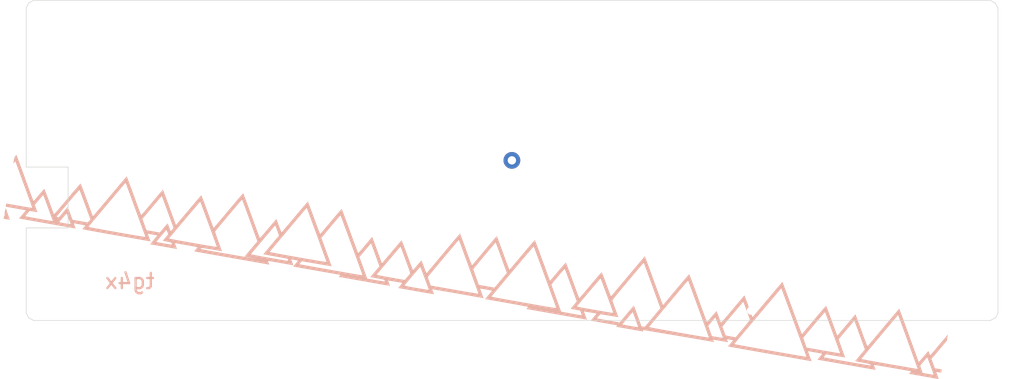
<source format=kicad_pcb>
(kicad_pcb (version 20171130) (host pcbnew "(5.0.2)-1")

  (general
    (thickness 1.6)
    (drawings 17)
    (tracks 0)
    (zones 0)
    (modules 14)
    (nets 1)
  )

  (page A4)
  (layers
    (0 F.Cu signal)
    (31 B.Cu signal)
    (32 B.Adhes user)
    (33 F.Adhes user)
    (34 B.Paste user)
    (35 F.Paste user)
    (36 B.SilkS user)
    (37 F.SilkS user)
    (38 B.Mask user)
    (39 F.Mask user)
    (40 Dwgs.User user)
    (41 Cmts.User user)
    (42 Eco1.User user)
    (43 Eco2.User user)
    (44 Edge.Cuts user)
    (45 Margin user)
    (46 B.CrtYd user)
    (47 F.CrtYd user)
    (48 B.Fab user)
    (49 F.Fab user)
  )

  (setup
    (last_trace_width 0.25)
    (trace_clearance 0.2)
    (zone_clearance 0.508)
    (zone_45_only no)
    (trace_min 0.2)
    (segment_width 0.2)
    (edge_width 0.15)
    (via_size 0.8)
    (via_drill 0.4)
    (via_min_size 0.4)
    (via_min_drill 0.3)
    (uvia_size 0.3)
    (uvia_drill 0.1)
    (uvias_allowed no)
    (uvia_min_size 0.2)
    (uvia_min_drill 0.1)
    (pcb_text_width 0.25)
    (pcb_text_size 1 1)
    (mod_edge_width 0.15)
    (mod_text_size 1 1)
    (mod_text_width 0.15)
    (pad_size 2.2 2.2)
    (pad_drill 2.2)
    (pad_to_mask_clearance 0.051)
    (solder_mask_min_width 0.25)
    (aux_axis_origin 0 0)
    (visible_elements 7FFFF7FF)
    (pcbplotparams
      (layerselection 0x010f0_ffffffff)
      (usegerberextensions false)
      (usegerberattributes false)
      (usegerberadvancedattributes false)
      (creategerberjobfile false)
      (excludeedgelayer true)
      (linewidth 0.100000)
      (plotframeref false)
      (viasonmask false)
      (mode 1)
      (useauxorigin false)
      (hpglpennumber 1)
      (hpglpenspeed 20)
      (hpglpendiameter 15.000000)
      (psnegative false)
      (psa4output false)
      (plotreference true)
      (plotvalue true)
      (plotinvisibletext false)
      (padsonsilk false)
      (subtractmaskfromsilk false)
      (outputformat 1)
      (mirror false)
      (drillshape 0)
      (scaleselection 1)
      (outputdirectory "./gerberoutput"))
  )

  (net 0 "")

  (net_class Default "This is the default net class."
    (clearance 0.2)
    (trace_width 0.25)
    (via_dia 0.8)
    (via_drill 0.4)
    (uvia_dia 0.3)
    (uvia_drill 0.1)
  )

  (module MountingHole:MountingHole_2.2mm_M2_Pad (layer F.Cu) (tedit 5CEEB6FF) (tstamp 5CC367AF)
    (at 144.8816 58.6994)
    (descr "Mounting Hole 2.2mm, M2")
    (tags "mounting hole 2.2mm m2")
    (attr virtual)
    (fp_text reference REF** (at 0 -3.2) (layer F.SilkS) hide
      (effects (font (size 1 1) (thickness 0.15)))
    )
    (fp_text value MountingHole_2.2mm_M2_Pad (at 0 3.2) (layer F.Fab)
      (effects (font (size 1 1) (thickness 0.15)))
    )
    (fp_circle (center 0 0) (end 2.45 0) (layer F.CrtYd) (width 0.05))
    (fp_circle (center 0 0) (end 2.2 0) (layer Cmts.User) (width 0.15))
    (fp_text user %R (at 0.3 0) (layer F.Fab)
      (effects (font (size 1 1) (thickness 0.15)))
    )
    (pad 1 thru_hole circle (at 0 0) (size 4.4 4.4) (drill 2.2) (layers *.Cu *.Mask))
  )

  (module MountingHole:MountingHole_2.2mm_M2 (layer F.Cu) (tedit 5CD5E335) (tstamp 5CC367A1)
    (at 270.1798 98.2218)
    (descr "Mounting Hole 2.2mm, no annular, M2")
    (tags "mounting hole 2.2mm no annular m2")
    (attr virtual)
    (fp_text reference REF** (at 0 -3.2) (layer F.SilkS) hide
      (effects (font (size 1 1) (thickness 0.15)))
    )
    (fp_text value MountingHole_2.2mm_M2 (at 0 3.2) (layer F.Fab)
      (effects (font (size 1 1) (thickness 0.15)))
    )
    (fp_text user %R (at 0.3 0) (layer F.Fab)
      (effects (font (size 1 1) (thickness 0.15)))
    )
    (fp_circle (center 0 0) (end 2.2 0) (layer Cmts.User) (width 0.15))
    (fp_circle (center 0 0) (end 2.45 0) (layer F.CrtYd) (width 0.05))
    (pad 1 np_thru_hole circle (at 0 0) (size 2.2 2.2) (drill 2.2) (layers *.Cu *.Mask))
  )

  (module MountingHole:MountingHole_2.2mm_M2 (layer F.Cu) (tedit 5CD5E31D) (tstamp 5CC367D2)
    (at 207.772 19.1516)
    (descr "Mounting Hole 2.2mm, no annular, M2")
    (tags "mounting hole 2.2mm no annular m2")
    (attr virtual)
    (fp_text reference REF** (at -0.3175 3.3151) (layer F.SilkS) hide
      (effects (font (size 1 1) (thickness 0.15)))
    )
    (fp_text value MountingHole_2.2mm_M2 (at 0 3.2) (layer F.Fab)
      (effects (font (size 1 1) (thickness 0.15)))
    )
    (fp_text user %R (at 0.3 0) (layer F.Fab)
      (effects (font (size 1 1) (thickness 0.15)))
    )
    (fp_circle (center 0 0) (end 2.2 0) (layer Cmts.User) (width 0.15))
    (fp_circle (center 0 0) (end 2.45 0) (layer F.CrtYd) (width 0.05))
    (pad 1 np_thru_hole circle (at 0 0) (size 2.2 2.2) (drill 2.2) (layers *.Cu *.Mask))
  )

  (module MountingHole:MountingHole_2.2mm_M2 (layer F.Cu) (tedit 5CD5E319) (tstamp 5CC367CB)
    (at 144.8816 19.1516)
    (descr "Mounting Hole 2.2mm, no annular, M2")
    (tags "mounting hole 2.2mm no annular m2")
    (attr virtual)
    (fp_text reference REF** (at -0.3175 3.3151) (layer F.SilkS) hide
      (effects (font (size 1 1) (thickness 0.15)))
    )
    (fp_text value MountingHole_2.2mm_M2 (at 0 3.2) (layer F.Fab)
      (effects (font (size 1 1) (thickness 0.15)))
    )
    (fp_circle (center 0 0) (end 2.45 0) (layer F.CrtYd) (width 0.05))
    (fp_circle (center 0 0) (end 2.2 0) (layer Cmts.User) (width 0.15))
    (fp_text user %R (at 0.3 0) (layer F.Fab)
      (effects (font (size 1 1) (thickness 0.15)))
    )
    (pad 1 np_thru_hole circle (at 0 0) (size 2.2 2.2) (drill 2.2) (layers *.Cu *.Mask))
  )

  (module MountingHole:MountingHole_2.2mm_M2 (layer F.Cu) (tedit 5CD5E30E) (tstamp 5CC367C4)
    (at 81.9404 58.7248)
    (descr "Mounting Hole 2.2mm, no annular, M2")
    (tags "mounting hole 2.2mm no annular m2")
    (attr virtual)
    (fp_text reference REF** (at 0 -3.2) (layer F.SilkS) hide
      (effects (font (size 1 1) (thickness 0.15)))
    )
    (fp_text value MountingHole_2.2mm_M2 (at 0 3.2) (layer F.Fab)
      (effects (font (size 1 1) (thickness 0.15)))
    )
    (fp_circle (center 0 0) (end 2.45 0) (layer F.CrtYd) (width 0.05))
    (fp_circle (center 0 0) (end 2.2 0) (layer Cmts.User) (width 0.15))
    (fp_text user %R (at 0.3 0) (layer F.Fab)
      (effects (font (size 1 1) (thickness 0.15)))
    )
    (pad 1 np_thru_hole circle (at 0 0) (size 2.2 2.2) (drill 2.2) (layers *.Cu *.Mask))
  )

  (module MountingHole:MountingHole_2.2mm_M2 (layer F.Cu) (tedit 5CD5E332) (tstamp 5CC367BD)
    (at 207.8228 98.2218)
    (descr "Mounting Hole 2.2mm, no annular, M2")
    (tags "mounting hole 2.2mm no annular m2")
    (attr virtual)
    (fp_text reference REF** (at 0 -3.2) (layer F.SilkS) hide
      (effects (font (size 1 1) (thickness 0.15)))
    )
    (fp_text value MountingHole_2.2mm_M2 (at 0 3.2) (layer F.Fab)
      (effects (font (size 1 1) (thickness 0.15)))
    )
    (fp_circle (center 0 0) (end 2.45 0) (layer F.CrtYd) (width 0.05))
    (fp_circle (center 0 0) (end 2.2 0) (layer Cmts.User) (width 0.15))
    (fp_text user %R (at 0.3 0) (layer F.Fab)
      (effects (font (size 1 1) (thickness 0.15)))
    )
    (pad 1 np_thru_hole circle (at 0 0) (size 2.2 2.2) (drill 2.2) (layers *.Cu *.Mask))
  )

  (module MountingHole:MountingHole_2.2mm_M2 (layer F.Cu) (tedit 5CD5E311) (tstamp 5CC367B6)
    (at 19.6723 19.1389)
    (descr "Mounting Hole 2.2mm, no annular, M2")
    (tags "mounting hole 2.2mm no annular m2")
    (attr virtual)
    (fp_text reference REF** (at 0.0635 3.2512) (layer F.SilkS) hide
      (effects (font (size 1 1) (thickness 0.15)))
    )
    (fp_text value MountingHole_2.2mm_M2 (at 0 3.2) (layer F.Fab)
      (effects (font (size 1 1) (thickness 0.15)))
    )
    (fp_circle (center 0 0) (end 2.45 0) (layer F.CrtYd) (width 0.05))
    (fp_circle (center 0 0) (end 2.2 0) (layer Cmts.User) (width 0.15))
    (fp_text user %R (at 0.3 0) (layer F.Fab)
      (effects (font (size 1 1) (thickness 0.15)))
    )
    (pad 1 np_thru_hole circle (at 0 0) (size 2.2 2.2) (drill 2.2) (layers *.Cu *.Mask))
  )

  (module MountingHole:MountingHole_2.2mm_M2 (layer F.Cu) (tedit 5CD5E325) (tstamp 5CC367A8)
    (at 207.772 58.6994)
    (descr "Mounting Hole 2.2mm, no annular, M2")
    (tags "mounting hole 2.2mm no annular m2")
    (attr virtual)
    (fp_text reference REF** (at 0 -3.2) (layer F.SilkS) hide
      (effects (font (size 1 1) (thickness 0.15)))
    )
    (fp_text value MountingHole_2.2mm_M2 (at 0 3.2) (layer F.Fab)
      (effects (font (size 1 1) (thickness 0.15)))
    )
    (fp_circle (center 0 0) (end 2.45 0) (layer F.CrtYd) (width 0.05))
    (fp_circle (center 0 0) (end 2.2 0) (layer Cmts.User) (width 0.15))
    (fp_text user %R (at 0.3 0) (layer F.Fab)
      (effects (font (size 1 1) (thickness 0.15)))
    )
    (pad 1 np_thru_hole circle (at 0 0) (size 2.2 2.2) (drill 2.2) (layers *.Cu *.Mask))
  )

  (module MountingHole:MountingHole_2.2mm_M2 (layer F.Cu) (tedit 5CD5E32E) (tstamp 5CC3679A)
    (at 144.9324 98.2218)
    (descr "Mounting Hole 2.2mm, no annular, M2")
    (tags "mounting hole 2.2mm no annular m2")
    (attr virtual)
    (fp_text reference REF** (at 0 -3.2) (layer F.SilkS) hide
      (effects (font (size 1 1) (thickness 0.15)))
    )
    (fp_text value MountingHole_2.2mm_M2 (at 0 3.2) (layer F.Fab)
      (effects (font (size 1 1) (thickness 0.15)))
    )
    (fp_text user %R (at 0.3 0) (layer F.Fab)
      (effects (font (size 1 1) (thickness 0.15)))
    )
    (fp_circle (center 0 0) (end 2.2 0) (layer Cmts.User) (width 0.15))
    (fp_circle (center 0 0) (end 2.45 0) (layer F.CrtYd) (width 0.05))
    (pad 1 np_thru_hole circle (at 0 0) (size 2.2 2.2) (drill 2.2) (layers *.Cu *.Mask))
  )

  (module MountingHole:MountingHole_2.2mm_M2 (layer F.Cu) (tedit 5CD5E32B) (tstamp 5CC36793)
    (at 81.9912 98.2472)
    (descr "Mounting Hole 2.2mm, no annular, M2")
    (tags "mounting hole 2.2mm no annular m2")
    (attr virtual)
    (fp_text reference REF** (at 0 -3.2) (layer F.SilkS) hide
      (effects (font (size 1 1) (thickness 0.15)))
    )
    (fp_text value MountingHole_2.2mm_M2 (at 0 3.2) (layer F.Fab)
      (effects (font (size 1 1) (thickness 0.15)))
    )
    (fp_circle (center 0 0) (end 2.45 0) (layer F.CrtYd) (width 0.05))
    (fp_circle (center 0 0) (end 2.2 0) (layer Cmts.User) (width 0.15))
    (fp_text user %R (at 0.3 0) (layer F.Fab)
      (effects (font (size 1 1) (thickness 0.15)))
    )
    (pad 1 np_thru_hole circle (at 0 0) (size 2.2 2.2) (drill 2.2) (layers *.Cu *.Mask))
  )

  (module MountingHole:MountingHole_2.2mm_M2 (layer F.Cu) (tedit 5CD5E329) (tstamp 5CC3678C)
    (at 19.6596 98.2218)
    (descr "Mounting Hole 2.2mm, no annular, M2")
    (tags "mounting hole 2.2mm no annular m2")
    (attr virtual)
    (fp_text reference REF** (at 0 -3.2) (layer F.SilkS) hide
      (effects (font (size 1 1) (thickness 0.15)))
    )
    (fp_text value MountingHole_2.2mm_M2 (at 0 3.2) (layer F.Fab)
      (effects (font (size 1 1) (thickness 0.15)))
    )
    (fp_text user %R (at 0.3 0) (layer F.Fab)
      (effects (font (size 1 1) (thickness 0.15)))
    )
    (fp_circle (center 0 0) (end 2.2 0) (layer Cmts.User) (width 0.15))
    (fp_circle (center 0 0) (end 2.45 0) (layer F.CrtYd) (width 0.05))
    (pad 1 np_thru_hole circle (at 0 0) (size 2.2 2.2) (drill 2.2) (layers *.Cu *.Mask))
  )

  (module MountingHole:MountingHole_2.2mm_M2 (layer F.Cu) (tedit 5CD5E315) (tstamp 5CC36785)
    (at 81.9404 19.177)
    (descr "Mounting Hole 2.2mm, no annular, M2")
    (tags "mounting hole 2.2mm no annular m2")
    (attr virtual)
    (fp_text reference REF** (at -0.3175 3.3151) (layer F.SilkS) hide
      (effects (font (size 1 1) (thickness 0.15)))
    )
    (fp_text value MountingHole_2.2mm_M2 (at 0 3.2) (layer F.Fab)
      (effects (font (size 1 1) (thickness 0.15)))
    )
    (fp_text user %R (at 0.3 0) (layer F.Fab)
      (effects (font (size 1 1) (thickness 0.15)))
    )
    (fp_circle (center 0 0) (end 2.2 0) (layer Cmts.User) (width 0.15))
    (fp_circle (center 0 0) (end 2.45 0) (layer F.CrtYd) (width 0.05))
    (pad 1 np_thru_hole circle (at 0 0) (size 2.2 2.2) (drill 2.2) (layers *.Cu *.Mask))
  )

  (module MountingHole:MountingHole_2.2mm_M2 (layer F.Cu) (tedit 5CD5E320) (tstamp 5CC3677E)
    (at 270.1671 19.177)
    (descr "Mounting Hole 2.2mm, no annular, M2")
    (tags "mounting hole 2.2mm no annular m2")
    (attr virtual)
    (fp_text reference REF** (at -0.3175 3.3151) (layer F.SilkS) hide
      (effects (font (size 1 1) (thickness 0.15)))
    )
    (fp_text value MountingHole_2.2mm_M2 (at 0 3.2) (layer F.Fab)
      (effects (font (size 1 1) (thickness 0.15)))
    )
    (fp_circle (center 0 0) (end 2.45 0) (layer F.CrtYd) (width 0.05))
    (fp_circle (center 0 0) (end 2.2 0) (layer Cmts.User) (width 0.15))
    (fp_text user %R (at 0.3 0) (layer F.Fab)
      (effects (font (size 1 1) (thickness 0.15)))
    )
    (pad 1 np_thru_hole circle (at 0 0) (size 2.2 2.2) (drill 2.2) (layers *.Cu *.Mask))
  )

  (module 4x5macro:forest (layer B.Cu) (tedit 0) (tstamp 5CDD8621)
    (at 135.9535 86.2711 170)
    (fp_text reference G*** (at 0 0 170) (layer B.SilkS) hide
      (effects (font (size 1.524 1.524) (thickness 0.3)) (justify mirror))
    )
    (fp_text value LOGO (at 0.75 0 170) (layer B.SilkS) hide
      (effects (font (size 1.524 1.524) (thickness 0.3)) (justify mirror))
    )
    (fp_poly (pts (xy 125.034564 -7.581552) (xy 125.035588 -8.030139) (xy 125.01012 -8.367511) (xy 124.960308 -8.565652)
      (xy 124.958922 -8.568294) (xy 124.902445 -8.721691) (xy 124.955858 -8.787175) (xy 125.013907 -8.885265)
      (xy 125.048011 -9.10148) (xy 125.052666 -9.235722) (xy 125.052666 -9.652) (xy 123.370694 -9.652)
      (xy 124.190514 -8.216711) (xy 125.010333 -6.781423) (xy 125.034564 -7.581552)) (layer B.SilkS) (width 0.01))
    (fp_poly (pts (xy -42.792851 9.834427) (xy -42.666853 9.626996) (xy -42.469206 9.294641) (xy -42.206293 8.848292)
      (xy -41.8845 8.298884) (xy -41.510211 7.657347) (xy -41.08981 6.934615) (xy -40.629682 6.14162)
      (xy -40.136211 5.289295) (xy -39.615782 4.388571) (xy -39.378145 3.976697) (xy -38.847252 3.056966)
      (xy -38.340127 2.179995) (xy -37.863199 1.356808) (xy -37.422896 0.598428) (xy -37.025648 -0.084122)
      (xy -36.677885 -0.679818) (xy -36.386036 -1.177637) (xy -36.156529 -1.566555) (xy -35.995795 -1.835549)
      (xy -35.910262 -1.973596) (xy -35.898143 -1.989991) (xy -35.844187 -1.927382) (xy -35.715687 -1.732982)
      (xy -35.521915 -1.422135) (xy -35.272142 -1.010185) (xy -34.975639 -0.512477) (xy -34.641677 0.055644)
      (xy -34.279528 0.678836) (xy -34.150849 0.901882) (xy -33.780262 1.542123) (xy -33.43396 2.134052)
      (xy -33.12135 2.662066) (xy -32.851836 3.11056) (xy -32.634823 3.463929) (xy -32.479717 3.706569)
      (xy -32.395923 3.822875) (xy -32.385486 3.830872) (xy -32.329524 3.759553) (xy -32.197626 3.554703)
      (xy -31.99784 3.229834) (xy -31.738212 2.798455) (xy -31.426791 2.274074) (xy -31.071625 1.670202)
      (xy -30.680762 1.000347) (xy -30.262249 0.27802) (xy -30.059964 -0.072843) (xy -29.632161 -0.814683)
      (xy -29.22947 -1.510384) (xy -28.859801 -2.146457) (xy -28.531067 -2.709411) (xy -28.251178 -3.185756)
      (xy -28.028048 -3.562003) (xy -27.869587 -3.824661) (xy -27.783707 -3.960241) (xy -27.770667 -3.976227)
      (xy -27.72183 -3.904983) (xy -27.595989 -3.6998) (xy -27.400665 -3.37347) (xy -27.143381 -2.938783)
      (xy -26.831655 -2.40853) (xy -26.47301 -1.795501) (xy -26.074967 -1.112488) (xy -25.645047 -0.37228)
      (xy -25.226689 0.350205) (xy -24.773345 1.132412) (xy -24.344114 1.869515) (xy -23.946611 2.548671)
      (xy -23.58845 3.157035) (xy -23.277246 3.681765) (xy -23.020613 4.110016) (xy -22.826166 4.428945)
      (xy -22.70152 4.625707) (xy -22.655069 4.687786) (xy -22.598369 4.619573) (xy -22.467362 4.420415)
      (xy -22.271783 4.106374) (xy -22.021365 3.693514) (xy -21.725842 3.197896) (xy -21.394949 2.635582)
      (xy -21.038419 2.022633) (xy -21.008047 1.970102) (xy -20.65053 1.353387) (xy -20.31909 0.785355)
      (xy -20.023303 0.28214) (xy -19.772748 -0.140124) (xy -19.577004 -0.465301) (xy -19.445648 -0.677258)
      (xy -19.388259 -0.759859) (xy -19.387117 -0.760398) (xy -19.338474 -0.689277) (xy -19.212458 -0.483355)
      (xy -19.016099 -0.154629) (xy -18.756428 0.284904) (xy -18.440478 0.823248) (xy -18.075279 1.448405)
      (xy -17.667863 2.148379) (xy -17.225262 2.911174) (xy -16.754506 3.724792) (xy -16.504142 4.158394)
      (xy -16.021051 4.994028) (xy -15.561804 5.785306) (xy -15.133508 6.520184) (xy -14.743267 7.186615)
      (xy -14.39819 7.772554) (xy -14.105382 8.265954) (xy -13.87195 8.65477) (xy -13.704999 8.926956)
      (xy -13.611637 9.070467) (xy -13.59466 9.090227) (xy -13.540917 9.020975) (xy -13.410469 8.817455)
      (xy -13.210829 8.492301) (xy -12.949511 8.058152) (xy -12.634029 7.527641) (xy -12.271896 6.913406)
      (xy -11.870627 6.228082) (xy -11.437735 5.484306) (xy -10.980734 4.694712) (xy -10.974301 4.683566)
      (xy -10.517016 3.891852) (xy -10.08448 3.144117) (xy -9.684161 2.453194) (xy -9.323525 1.831918)
      (xy -9.010039 1.29312) (xy -8.75117 0.849635) (xy -8.554385 0.514295) (xy -8.42715 0.299935)
      (xy -8.376932 0.219387) (xy -8.376877 0.219331) (xy -8.327099 0.281898) (xy -8.20092 0.478463)
      (xy -8.006048 0.79606) (xy -7.750193 1.221722) (xy -7.441066 1.742482) (xy -7.086375 2.345373)
      (xy -6.693831 3.017428) (xy -6.271143 3.74568) (xy -5.963962 4.277598) (xy -5.524554 5.038709)
      (xy -5.110101 5.754034) (xy -4.728324 6.410424) (xy -4.386941 6.994727) (xy -4.093671 7.493796)
      (xy -3.856235 7.894479) (xy -3.682351 8.183627) (xy -3.579738 8.348091) (xy -3.554553 8.382)
      (xy -3.505498 8.310714) (xy -3.379675 8.105425) (xy -3.184622 7.778982) (xy -2.927877 7.344237)
      (xy -2.616978 6.814041) (xy -2.259464 6.201244) (xy -1.862872 5.518698) (xy -1.434741 4.779253)
      (xy -1.034128 4.085166) (xy -0.582906 3.302443) (xy -0.155945 2.562138) (xy 0.239097 1.877509)
      (xy 0.594559 1.261814) (xy 0.902783 0.728313) (xy 1.156109 0.290264) (xy 1.346877 -0.039075)
      (xy 1.467428 -0.246445) (xy 1.509199 -0.317278) (xy 1.566477 -0.270462) (xy 1.702857 -0.079249)
      (xy 1.915901 0.25235) (xy 2.203168 0.720326) (xy 2.56222 1.320667) (xy 2.990617 2.049363)
      (xy 3.48592 2.902404) (xy 3.813805 3.471555) (xy 4.240488 4.212701) (xy 4.642173 4.907668)
      (xy 5.010938 5.542939) (xy 5.338861 6.104998) (xy 5.61802 6.58033) (xy 5.840492 6.955418)
      (xy 5.998356 7.216746) (xy 6.08369 7.350797) (xy 6.09639 7.366) (xy 6.14458 7.294387)
      (xy 6.270528 7.086926) (xy 6.467786 6.754682) (xy 6.729909 6.308718) (xy 7.050449 5.760102)
      (xy 7.422962 5.119896) (xy 7.840999 4.399166) (xy 8.298116 3.608978) (xy 8.787865 2.760396)
      (xy 9.303801 1.864485) (xy 9.47703 1.563251) (xy 10.001948 0.650582) (xy 10.503861 -0.221231)
      (xy 10.976178 -1.040792) (xy 11.412312 -1.796707) (xy 11.805672 -2.477584) (xy 12.149669 -3.072027)
      (xy 12.437714 -3.568644) (xy 12.663218 -3.956039) (xy 12.81959 -4.22282) (xy 12.900242 -4.357591)
      (xy 12.908733 -4.37064) (xy 12.95435 -4.392248) (xy 13.024563 -4.346453) (xy 13.129797 -4.21829)
      (xy 13.28048 -3.992792) (xy 13.487038 -3.654995) (xy 13.759898 -3.18993) (xy 13.898887 -2.949392)
      (xy 14.166841 -2.489159) (xy 14.408661 -2.083137) (xy 14.611106 -1.752802) (xy 14.760933 -1.51963)
      (xy 14.844902 -1.4051) (xy 14.855988 -1.397) (xy 14.915917 -1.466823) (xy 15.045641 -1.661312)
      (xy 15.231137 -1.957997) (xy 15.458387 -2.334408) (xy 15.713368 -2.768076) (xy 15.737997 -2.810527)
      (xy 15.994475 -3.251474) (xy 16.222814 -3.64097) (xy 16.409191 -3.955683) (xy 16.53978 -4.172282)
      (xy 16.600758 -4.267438) (xy 16.602252 -4.269141) (xy 16.652212 -4.207137) (xy 16.778448 -4.012113)
      (xy 16.972726 -3.697786) (xy 17.226815 -3.277877) (xy 17.532483 -2.766102) (xy 17.881498 -2.176181)
      (xy 18.265627 -1.521832) (xy 18.67664 -0.816773) (xy 18.758696 -0.675447) (xy 19.174327 0.039423)
      (xy 19.56453 0.707777) (xy 19.921058 1.315681) (xy 20.235661 1.849204) (xy 20.500092 2.294412)
      (xy 20.706102 2.637372) (xy 20.845443 2.864154) (xy 20.909866 2.960823) (xy 20.912919 2.963333)
      (xy 20.962731 2.892399) (xy 21.08869 2.689166) (xy 21.282292 2.367992) (xy 21.535031 1.943231)
      (xy 21.838398 1.42924) (xy 22.18389 0.840374) (xy 22.563 0.19099) (xy 22.944666 -0.465667)
      (xy 23.347723 -1.159026) (xy 23.7252 -1.805401) (xy 24.068594 -2.390443) (xy 24.369398 -2.8998)
      (xy 24.619109 -3.319124) (xy 24.809221 -3.634063) (xy 24.93123 -3.830267) (xy 24.976273 -3.893614)
      (xy 25.025978 -3.822333) (xy 25.150756 -3.618944) (xy 25.341814 -3.298442) (xy 25.590358 -2.875827)
      (xy 25.887596 -2.366094) (xy 26.224734 -1.784241) (xy 26.592979 -1.145266) (xy 26.837858 -0.718614)
      (xy 27.221319 -0.051271) (xy 27.579376 0.568384) (xy 27.903218 1.125359) (xy 28.184035 1.604659)
      (xy 28.413016 1.991291) (xy 28.581352 2.270262) (xy 28.680231 2.426579) (xy 28.702917 2.455333)
      (xy 28.754511 2.384593) (xy 28.879606 2.183839) (xy 29.068025 1.87027) (xy 29.309588 1.461083)
      (xy 29.594119 0.973478) (xy 29.91144 0.424653) (xy 30.13302 0.038765) (xy 30.467297 -0.540007)
      (xy 30.777375 -1.067439) (xy 31.052835 -1.526539) (xy 31.283258 -1.900315) (xy 31.458224 -2.171772)
      (xy 31.567315 -2.323918) (xy 31.598149 -2.350728) (xy 31.652679 -2.274695) (xy 31.784585 -2.06339)
      (xy 31.987025 -1.728446) (xy 32.253153 -1.281495) (xy 32.576127 -0.734169) (xy 32.949104 -0.098102)
      (xy 33.36524 0.615074) (xy 33.81769 1.393728) (xy 34.299613 2.226226) (xy 34.74449 2.997324)
      (xy 35.246462 3.867206) (xy 35.724784 4.693139) (xy 36.172642 5.463538) (xy 36.583219 6.166817)
      (xy 36.949699 6.791393) (xy 37.265268 7.325679) (xy 37.523109 7.758093) (xy 37.716407 8.077048)
      (xy 37.838345 8.27096) (xy 37.881295 8.328983) (xy 37.936214 8.259889) (xy 38.066888 8.057528)
      (xy 38.265096 7.73568) (xy 38.522618 7.308121) (xy 38.831232 6.788628) (xy 39.182718 6.190979)
      (xy 39.568853 5.528951) (xy 39.981418 4.816322) (xy 40.097112 4.615572) (xy 40.515945 3.890215)
      (xy 40.910777 3.210491) (xy 41.273337 2.590354) (xy 41.595358 2.043755) (xy 41.868569 1.584647)
      (xy 42.084702 1.226982) (xy 42.235488 0.984713) (xy 42.312658 0.871792) (xy 42.319713 0.865318)
      (xy 42.37562 0.931525) (xy 42.507586 1.131405) (xy 42.707605 1.45164) (xy 42.967672 1.878911)
      (xy 43.279782 2.399897) (xy 43.635928 3.001281) (xy 44.028104 3.669743) (xy 44.448306 4.391964)
      (xy 44.672671 4.779913) (xy 45.103573 5.525151) (xy 45.509351 6.224352) (xy 45.882119 6.864102)
      (xy 46.213989 7.430988) (xy 46.497074 7.911598) (xy 46.723488 8.292518) (xy 46.885343 8.560335)
      (xy 46.974751 8.701638) (xy 46.98994 8.720666) (xy 47.038622 8.649349) (xy 47.164497 8.443657)
      (xy 47.360293 8.115979) (xy 47.618741 7.678704) (xy 47.932569 7.144223) (xy 48.294508 6.524925)
      (xy 48.697286 5.833198) (xy 49.133634 5.081433) (xy 49.59628 4.282018) (xy 49.69778 4.106333)
      (xy 50.165172 3.29832) (xy 50.607921 2.535315) (xy 51.018745 1.829707) (xy 51.390364 1.193889)
      (xy 51.715495 0.640251) (xy 51.986859 0.181184) (xy 52.197175 -0.170922) (xy 52.339161 -0.403675)
      (xy 52.405536 -0.504685) (xy 52.409214 -0.508) (xy 52.463086 -0.437944) (xy 52.588035 -0.241817)
      (xy 52.771322 0.059318) (xy 53.000205 0.4444) (xy 53.261942 0.892365) (xy 53.382333 1.100666)
      (xy 53.654321 1.56933) (xy 53.898934 1.984236) (xy 54.103437 2.324325) (xy 54.255098 2.568535)
      (xy 54.341182 2.695805) (xy 54.354913 2.709333) (xy 54.405995 2.638554) (xy 54.53204 2.436755)
      (xy 54.723658 2.119739) (xy 54.971456 1.703311) (xy 55.266042 1.203276) (xy 55.598023 0.635438)
      (xy 55.958008 0.015602) (xy 56.042131 -0.129805) (xy 56.40783 -0.758407) (xy 56.749099 -1.337419)
      (xy 57.056376 -1.851188) (xy 57.320104 -2.284064) (xy 57.530722 -2.620398) (xy 57.678672 -2.844536)
      (xy 57.754394 -2.94083) (xy 57.76054 -2.943264) (xy 57.814255 -2.867462) (xy 57.945348 -2.656263)
      (xy 58.147044 -2.321215) (xy 58.412569 -1.873863) (xy 58.735148 -1.325755) (xy 59.108006 -0.688436)
      (xy 59.524369 0.026546) (xy 59.977463 0.807647) (xy 60.460511 1.643318) (xy 60.943954 2.4824)
      (xy 61.449225 3.358946) (xy 61.931134 4.19149) (xy 62.382904 4.968535) (xy 62.797757 5.678587)
      (xy 63.168914 6.31015) (xy 63.489598 6.851729) (xy 63.75303 7.291829) (xy 63.952432 7.618954)
      (xy 64.081027 7.82161) (xy 64.131549 7.888385) (xy 64.186082 7.817803) (xy 64.317562 7.611841)
      (xy 64.519068 7.282225) (xy 64.783681 6.840683) (xy 65.104478 6.29894) (xy 65.474542 5.668724)
      (xy 65.886951 4.961759) (xy 66.334785 4.189773) (xy 66.811124 3.364493) (xy 67.179549 2.723492)
      (xy 67.672201 1.866641) (xy 68.141082 1.054639) (xy 68.579314 0.299174) (xy 68.980023 -0.388066)
      (xy 69.336332 -0.995392) (xy 69.641366 -1.511118) (xy 69.888248 -1.923554) (xy 70.070102 -2.221014)
      (xy 70.180053 -2.391808) (xy 70.211157 -2.429759) (xy 70.264579 -2.355172) (xy 70.394365 -2.147258)
      (xy 70.592531 -1.819521) (xy 70.851091 -1.385463) (xy 71.162059 -0.858587) (xy 71.517451 -0.252396)
      (xy 71.909281 0.419608) (xy 72.329563 1.14392) (xy 72.549593 1.524441) (xy 72.981081 2.269098)
      (xy 73.388386 2.967337) (xy 73.763515 3.605776) (xy 74.098472 4.171029) (xy 74.385264 4.649713)
      (xy 74.615896 5.028442) (xy 74.782373 5.293834) (xy 74.876701 5.432503) (xy 74.894429 5.450122)
      (xy 74.948335 5.376796) (xy 75.078927 5.169292) (xy 75.278677 4.840342) (xy 75.54006 4.402677)
      (xy 75.855548 3.869027) (xy 76.217616 3.252125) (xy 76.618737 2.564702) (xy 77.051384 1.819488)
      (xy 77.508031 1.029214) (xy 77.508993 1.027545) (xy 77.964973 0.237805) (xy 78.396119 -0.50659)
      (xy 78.795002 -1.192963) (xy 79.15419 -1.808641) (xy 79.466251 -2.340946) (xy 79.723755 -2.777204)
      (xy 79.91927 -3.104739) (xy 80.045366 -3.310874) (xy 80.09461 -3.382935) (xy 80.094666 -3.382937)
      (xy 80.143344 -3.311375) (xy 80.268585 -3.105748) (xy 80.462849 -2.778963) (xy 80.718598 -2.343927)
      (xy 81.028291 -1.813545) (xy 81.38439 -1.200725) (xy 81.779355 -0.518372) (xy 82.205647 0.220605)
      (xy 82.591508 0.891474) (xy 83.038724 1.668793) (xy 83.461133 2.400548) (xy 83.851193 3.073836)
      (xy 84.20136 3.675755) (xy 84.504093 4.193402) (xy 84.751849 4.613874) (xy 84.937085 4.924269)
      (xy 85.052259 5.111686) (xy 85.089521 5.164667) (xy 85.138887 5.093499) (xy 85.264483 4.889096)
      (xy 85.458289 4.56511) (xy 85.712283 4.135193) (xy 86.018445 3.612996) (xy 86.368753 3.012171)
      (xy 86.755188 2.346368) (xy 87.169728 1.629241) (xy 87.328028 1.354666) (xy 87.751009 0.622062)
      (xy 88.149007 -0.064203) (xy 88.513985 -0.69048) (xy 88.837902 -1.243121) (xy 89.11272 -1.708476)
      (xy 89.330401 -2.072898) (xy 89.482905 -2.322738) (xy 89.562193 -2.444347) (xy 89.571348 -2.45411)
      (xy 89.620891 -2.382522) (xy 89.747557 -2.176388) (xy 89.944132 -1.848001) (xy 90.203404 -1.409652)
      (xy 90.518163 -0.873635) (xy 90.881194 -0.252242) (xy 91.285286 0.442235) (xy 91.723227 1.197504)
      (xy 92.187805 2.001271) (xy 92.328336 2.24489) (xy 92.799285 3.060506) (xy 93.245612 3.831206)
      (xy 93.660117 4.544703) (xy 94.035597 5.18871) (xy 94.364853 5.750941) (xy 94.640683 6.219108)
      (xy 94.855885 6.580924) (xy 95.00326 6.824102) (xy 95.075605 6.936355) (xy 95.081559 6.942667)
      (xy 95.129763 6.871105) (xy 95.256034 6.663709) (xy 95.45398 6.33141) (xy 95.71721 5.885141)
      (xy 96.039332 5.335834) (xy 96.413955 4.694422) (xy 96.834687 3.971836) (xy 97.295137 3.17901)
      (xy 97.788913 2.326874) (xy 98.309623 1.426363) (xy 98.546562 1.016) (xy 99.077283 0.097533)
      (xy 99.584096 -0.777378) (xy 100.060593 -1.597801) (xy 100.500363 -2.3528) (xy 100.896997 -3.031441)
      (xy 101.244084 -3.622788) (xy 101.535216 -4.115908) (xy 101.763983 -4.499864) (xy 101.923975 -4.763724)
      (xy 102.008782 -4.896551) (xy 102.020635 -4.910667) (xy 102.071967 -4.839537) (xy 102.199882 -4.635084)
      (xy 102.396438 -4.310709) (xy 102.65369 -3.879815) (xy 102.963694 -3.355806) (xy 103.318505 -2.752083)
      (xy 103.71018 -2.08205) (xy 104.130774 -1.359109) (xy 104.355962 -0.970712) (xy 104.788994 -0.224967)
      (xy 105.197867 0.475318) (xy 105.57455 1.116654) (xy 105.911014 1.685549) (xy 106.199226 2.168514)
      (xy 106.431157 2.552057) (xy 106.598776 2.822689) (xy 106.694052 2.966918) (xy 106.71219 2.987455)
      (xy 106.766451 2.919341) (xy 106.897686 2.716698) (xy 107.098548 2.391841) (xy 107.361687 1.957084)
      (xy 107.679754 1.424742) (xy 108.045401 0.807131) (xy 108.451277 0.116564) (xy 108.890033 -0.634643)
      (xy 109.354322 -1.434175) (xy 109.463857 -1.623454) (xy 109.932413 -2.430957) (xy 110.376896 -3.191767)
      (xy 110.790003 -3.893723) (xy 111.16443 -4.52466) (xy 111.492874 -5.072416) (xy 111.768032 -5.524828)
      (xy 111.982599 -5.869734) (xy 112.129271 -6.094969) (xy 112.200747 -6.188372) (xy 112.205879 -6.189841)
      (xy 112.261069 -6.105254) (xy 112.391731 -5.889749) (xy 112.588616 -5.559026) (xy 112.842474 -5.128783)
      (xy 113.144057 -4.614718) (xy 113.484115 -4.03253) (xy 113.8534 -3.397917) (xy 114.026212 -3.100173)
      (xy 114.405534 -2.44956) (xy 114.760728 -1.846959) (xy 115.082486 -1.307676) (xy 115.361497 -0.847017)
      (xy 115.588454 -0.480286) (xy 115.754047 -0.222789) (xy 115.848969 -0.089831) (xy 115.866333 -0.074705)
      (xy 115.93035 -0.145376) (xy 116.065837 -0.343354) (xy 116.260395 -0.648843) (xy 116.501627 -1.042043)
      (xy 116.777133 -1.503158) (xy 117.009333 -1.899801) (xy 117.301153 -2.399806) (xy 117.565617 -2.847538)
      (xy 117.790816 -3.223271) (xy 117.964839 -3.507279) (xy 118.075776 -3.679835) (xy 118.110996 -3.724382)
      (xy 118.159084 -3.652975) (xy 118.284859 -3.445955) (xy 118.481747 -3.114593) (xy 118.743176 -2.670157)
      (xy 119.062573 -2.123917) (xy 119.433365 -1.487142) (xy 119.84898 -0.771101) (xy 120.302843 0.012935)
      (xy 120.788384 0.853699) (xy 121.299027 1.73992) (xy 121.369666 1.862666) (xy 121.883303 2.754238)
      (xy 122.372858 3.601892) (xy 122.831745 4.394357) (xy 123.253378 5.120359) (xy 123.631173 5.768624)
      (xy 123.958544 6.32788) (xy 124.228905 6.786853) (xy 124.435672 7.134269) (xy 124.572259 7.358856)
      (xy 124.63208 7.44934) (xy 124.633913 7.450667) (xy 124.700966 7.383791) (xy 124.81324 7.215021)
      (xy 124.867742 7.121639) (xy 124.956859 6.9366) (xy 125.011969 6.736736) (xy 125.040297 6.475627)
      (xy 125.049067 6.106855) (xy 125.048918 5.957472) (xy 125.04517 5.122333) (xy 124.858418 5.439004)
      (xy 124.735896 5.631802) (xy 124.647538 5.743975) (xy 124.629333 5.755576) (xy 124.582852 5.684416)
      (xy 124.459981 5.480089) (xy 124.268627 5.156288) (xy 124.016701 4.726703) (xy 123.71211 4.205028)
      (xy 123.362764 3.604953) (xy 122.976571 2.940171) (xy 122.56144 2.224374) (xy 122.12528 1.471253)
      (xy 121.676 0.6945) (xy 121.221508 -0.092193) (xy 120.769714 -0.875134) (xy 120.328525 -1.640631)
      (xy 119.905852 -2.374992) (xy 119.509602 -3.064527) (xy 119.147685 -3.695542) (xy 118.828009 -4.254345)
      (xy 118.558483 -4.727247) (xy 118.347016 -5.100553) (xy 118.201516 -5.360572) (xy 118.129893 -5.493614)
      (xy 118.124111 -5.506372) (xy 118.199675 -5.527799) (xy 118.437432 -5.546247) (xy 118.830264 -5.561546)
      (xy 119.371053 -5.573528) (xy 120.052681 -5.582024) (xy 120.868032 -5.586867) (xy 121.574277 -5.588)
      (xy 125.052666 -5.588) (xy 125.052666 -6.434667) (xy 119.642514 -6.434667) (xy 120.35509 -7.662334)
      (xy 121.067665 -8.89) (xy 105.920883 -8.89) (xy 106.463092 -7.972891) (xy 107.456111 -7.972891)
      (xy 107.527065 -7.995253) (xy 107.741398 -8.014688) (xy 108.073164 -8.029986) (xy 108.496418 -8.039936)
      (xy 108.966 -8.043334) (xy 109.452804 -8.039674) (xy 109.873094 -8.029501) (xy 110.200924 -8.014026)
      (xy 110.266853 -8.007866) (xy 112.183333 -8.007866) (xy 112.265138 -8.015287) (xy 112.499105 -8.022181)
      (xy 112.868066 -8.028384) (xy 113.35485 -8.033729) (xy 113.942287 -8.038053) (xy 114.613207 -8.041191)
      (xy 115.35044 -8.042976) (xy 115.873388 -8.043334) (xy 116.644211 -8.041831) (xy 117.359179 -8.037535)
      (xy 118.0013 -8.030759) (xy 118.553576 -8.021819) (xy 118.999013 -8.01103) (xy 119.320617 -7.998707)
      (xy 119.501391 -7.985164) (xy 119.535222 -7.975461) (xy 119.483728 -7.876925) (xy 119.367861 -7.666403)
      (xy 119.207083 -7.379032) (xy 119.091046 -7.173555) (xy 118.675092 -6.43952) (xy 116.592924 -6.392334)
      (xy 117.104907 -5.519167) (xy 117.616891 -4.646001) (xy 117.170014 -3.868167) (xy 116.799234 -3.225283)
      (xy 116.502517 -2.717235) (xy 116.271529 -2.330923) (xy 116.09794 -2.053249) (xy 115.973416 -1.871112)
      (xy 115.889626 -1.771413) (xy 115.838238 -1.741053) (xy 115.821626 -1.748247) (xy 115.766467 -1.833328)
      (xy 115.63828 -2.045381) (xy 115.447795 -2.365943) (xy 115.205745 -2.776551) (xy 114.922861 -3.258741)
      (xy 114.609873 -3.794051) (xy 114.277515 -4.364017) (xy 113.936517 -4.950175) (xy 113.59761 -5.534063)
      (xy 113.271526 -6.097217) (xy 112.968998 -6.621173) (xy 112.700755 -7.087468) (xy 112.47753 -7.47764)
      (xy 112.310053 -7.773224) (xy 112.209058 -7.955757) (xy 112.183333 -8.007866) (xy 110.266853 -8.007866)
      (xy 110.410346 -7.994459) (xy 110.475888 -7.972891) (xy 110.411979 -7.846016) (xy 110.283513 -7.614204)
      (xy 110.107435 -7.306123) (xy 109.900694 -6.950441) (xy 109.680235 -6.575826) (xy 109.463007 -6.210948)
      (xy 109.265955 -5.884475) (xy 109.106027 -5.625074) (xy 109.00017 -5.461415) (xy 108.966 -5.418667)
      (xy 108.914325 -5.48732) (xy 108.795307 -5.674169) (xy 108.625893 -5.950544) (xy 108.423028 -6.287778)
      (xy 108.203661 -6.6572) (xy 107.984738 -7.030144) (xy 107.783205 -7.377941) (xy 107.61601 -7.671921)
      (xy 107.5001 -7.883418) (xy 107.456111 -7.972891) (xy 106.463092 -7.972891) (xy 106.671727 -7.62)
      (xy 103.534905 -7.62) (xy 103.808548 -8.106833) (xy 103.96225 -8.374549) (xy 104.092164 -8.590721)
      (xy 104.163795 -8.6995) (xy 104.147274 -8.716733) (xy 104.064352 -8.732105) (xy 103.907071 -8.745712)
      (xy 103.667475 -8.757644) (xy 103.337609 -8.767995) (xy 102.909514 -8.776859) (xy 102.375236 -8.784327)
      (xy 101.726817 -8.790492) (xy 100.956301 -8.795448) (xy 100.055732 -8.799287) (xy 99.017153 -8.802102)
      (xy 97.832608 -8.803986) (xy 96.49414 -8.805032) (xy 95.09369 -8.805333) (xy 85.941979 -8.805333)
      (xy 86.479248 -7.880938) (xy 87.474777 -7.880938) (xy 87.553219 -7.894015) (xy 87.79313 -7.906125)
      (xy 88.186652 -7.917188) (xy 88.725924 -7.927122) (xy 89.403084 -7.935849) (xy 90.210274 -7.943286)
      (xy 91.139631 -7.949355) (xy 92.183296 -7.953974) (xy 93.333408 -7.957064) (xy 94.582107 -7.958543)
      (xy 95.080666 -7.958667) (xy 96.397422 -7.957807) (xy 97.608969 -7.955275) (xy 98.708378 -7.951143)
      (xy 99.688721 -7.945483) (xy 100.543069 -7.938366) (xy 101.264492 -7.929865) (xy 101.846064 -7.92005)
      (xy 102.280854 -7.908994) (xy 102.561935 -7.896769) (xy 102.682377 -7.883445) (xy 102.686555 -7.879888)
      (xy 102.637377 -7.786588) (xy 102.511253 -7.561244) (xy 102.315521 -7.216519) (xy 102.057516 -6.765076)
      (xy 101.744575 -6.219576) (xy 101.52223 -5.832971) (xy 102.524789 -5.832971) (xy 102.790143 -6.303152)
      (xy 103.055497 -6.773334) (xy 105.100582 -6.772815) (xy 107.145666 -6.772296) (xy 108.024447 -5.248815)
      (xy 108.290145 -4.793169) (xy 108.529618 -4.391918) (xy 108.729476 -4.066732) (xy 108.87633 -3.839282)
      (xy 108.956791 -3.731239) (xy 108.965702 -3.725334) (xy 109.024806 -3.795334) (xy 109.15417 -3.990888)
      (xy 109.340392 -4.290326) (xy 109.570073 -4.671979) (xy 109.829811 -5.114177) (xy 109.907255 -5.247893)
      (xy 110.786333 -6.770452) (xy 111.112891 -6.771893) (xy 111.333084 -6.753636) (xy 111.402061 -6.692795)
      (xy 111.396202 -6.6675) (xy 111.332064 -6.541391) (xy 111.19413 -6.291654) (xy 110.991927 -5.934511)
      (xy 110.734982 -5.486185) (xy 110.432823 -4.962899) (xy 110.094976 -4.380875) (xy 109.730968 -3.756336)
      (xy 109.350328 -3.105503) (xy 108.962581 -2.444599) (xy 108.577255 -1.789847) (xy 108.203877 -1.15747)
      (xy 107.851975 -0.563689) (xy 107.531075 -0.024727) (xy 107.250705 0.443194) (xy 107.020391 0.82385)
      (xy 106.849661 1.10102) (xy 106.748042 1.258481) (xy 106.723526 1.288954) (xy 106.667461 1.217748)
      (xy 106.535524 1.013827) (xy 106.336186 0.691307) (xy 106.07792 0.264306) (xy 105.769195 -0.253057)
      (xy 105.418482 -0.846666) (xy 105.034253 -1.502403) (xy 104.624979 -2.20615) (xy 104.586629 -2.272356)
      (xy 102.524789 -5.832971) (xy 101.52223 -5.832971) (xy 101.384033 -5.592682) (xy 100.983227 -4.897056)
      (xy 100.549493 -4.145362) (xy 100.090168 -3.35026) (xy 99.612587 -2.524414) (xy 99.124086 -1.680486)
      (xy 98.632003 -0.831138) (xy 98.143672 0.010968) (xy 97.666431 0.833168) (xy 97.207615 1.622801)
      (xy 96.774561 2.367205) (xy 96.374605 3.053716) (xy 96.015082 3.669673) (xy 95.70333 4.202413)
      (xy 95.446685 4.639275) (xy 95.252482 4.967594) (xy 95.128057 5.17471) (xy 95.080748 5.247959)
      (xy 95.080666 5.247974) (xy 95.034567 5.176719) (xy 94.911247 4.971414) (xy 94.718044 4.644723)
      (xy 94.462291 4.209307) (xy 94.151325 3.677828) (xy 93.792481 3.062949) (xy 93.393094 2.377332)
      (xy 92.960501 1.633639) (xy 92.502036 0.844532) (xy 92.025035 0.022673) (xy 91.536834 -0.819276)
      (xy 91.044767 -1.668651) (xy 90.556172 -2.512792) (xy 90.078382 -3.339036) (xy 89.618733 -4.134721)
      (xy 89.184562 -4.887185) (xy 88.783203 -5.583765) (xy 88.421992 -6.2118) (xy 88.108264 -6.758627)
      (xy 87.849355 -7.211584) (xy 87.652601 -7.558009) (xy 87.525336 -7.78524) (xy 87.474897 -7.880614)
      (xy 87.474777 -7.880938) (xy 86.479248 -7.880938) (xy 87.024583 -6.942667) (xy 84.422408 -6.942667)
      (xy 85.926924 -9.567333) (xy 82.337318 -9.567333) (xy 78.747712 -9.567334) (xy 79.265806 -8.67023)
      (xy 80.264 -8.67023) (xy 80.344848 -8.68415) (xy 80.572128 -8.696598) (xy 80.922938 -8.707018)
      (xy 81.374378 -8.714853) (xy 81.903549 -8.719545) (xy 82.338333 -8.720667) (xy 82.910829 -8.718823)
      (xy 83.422795 -8.713641) (xy 83.851332 -8.705643) (xy 84.173539 -8.69535) (xy 84.366516 -8.683284)
      (xy 84.412666 -8.673371) (xy 84.372313 -8.588751) (xy 84.260791 -8.382866) (xy 84.092404 -8.080628)
      (xy 83.881456 -7.706951) (xy 83.642251 -7.286747) (xy 83.389093 -6.844929) (xy 83.136287 -6.406409)
      (xy 82.898136 -5.996101) (xy 82.688946 -5.638918) (xy 82.52302 -5.359771) (xy 82.414662 -5.183575)
      (xy 82.381258 -5.135381) (xy 82.31651 -5.172701) (xy 82.196604 -5.316531) (xy 82.048791 -5.525454)
      (xy 81.900324 -5.758054) (xy 81.778456 -5.972916) (xy 81.710439 -6.128622) (xy 81.704387 -6.164036)
      (xy 81.74529 -6.255496) (xy 81.856271 -6.46298) (xy 82.021005 -6.75688) (xy 82.223165 -7.10759)
      (xy 82.250479 -7.154334) (xy 82.795516 -8.085667) (xy 80.551816 -8.132559) (xy 80.407908 -8.376176)
      (xy 80.309613 -8.556258) (xy 80.264339 -8.666187) (xy 80.264 -8.67023) (xy 79.265806 -8.67023)
      (xy 79.578954 -8.128) (xy 76.53481 -8.128) (xy 75.835827 -8.129474) (xy 75.193377 -8.133666)
      (xy 74.626364 -8.140237) (xy 74.153692 -8.148843) (xy 73.794265 -8.159143) (xy 73.566985 -8.170796)
      (xy 73.490666 -8.183028) (xy 73.530196 -8.277468) (xy 73.63504 -8.478656) (xy 73.784576 -8.747433)
      (xy 73.825045 -8.818028) (xy 74.159423 -9.398) (xy 54.106393 -9.398) (xy 54.358196 -8.970941)
      (xy 54.493325 -8.735692) (xy 54.58472 -8.56496) (xy 54.61 -8.505274) (xy 54.528322 -8.496849)
      (xy 54.295244 -8.489059) (xy 53.928699 -8.482107) (xy 53.823783 -8.480821) (xy 57.830554 -8.480821)
      (xy 57.870213 -8.487065) (xy 58.058034 -8.493258) (xy 58.38696 -8.499323) (xy 58.849934 -8.505186)
      (xy 59.439898 -8.510769) (xy 60.149797 -8.515997) (xy 60.972573 -8.520793) (xy 61.901168 -8.525082)
      (xy 62.928527 -8.528787) (xy 64.04759 -8.531832) (xy 64.113833 -8.531984) (xy 65.299978 -8.53401)
      (xy 66.4372 -8.534656) (xy 67.514208 -8.533987) (xy 68.519708 -8.532069) (xy 69.442407 -8.528966)
      (xy 70.271012 -8.524744) (xy 70.994231 -8.519467) (xy 71.600771 -8.5132) (xy 72.079339 -8.506009)
      (xy 72.418642 -8.497959) (xy 72.607388 -8.489114) (xy 72.644 -8.482849) (xy 72.598543 -8.365398)
      (xy 72.538166 -8.271672) (xy 72.494735 -8.231888) (xy 72.417943 -8.19982) (xy 72.290178 -8.174444)
      (xy 72.093827 -8.154737) (xy 71.811279 -8.139677) (xy 71.424921 -8.128241) (xy 70.917142 -8.119405)
      (xy 70.27033 -8.112148) (xy 69.708309 -8.107323) (xy 66.984286 -8.085667) (xy 67.511649 -7.1755)
      (xy 68.520641 -7.1755) (xy 68.543245 -7.195912) (xy 68.635226 -7.213691) (xy 68.806024 -7.228996)
      (xy 69.065083 -7.241982) (xy 69.421843 -7.252807) (xy 69.885747 -7.261628) (xy 70.466235 -7.268602)
      (xy 71.172751 -7.273885) (xy 72.014736 -7.277635) (xy 73.00163 -7.280008) (xy 74.142878 -7.281161)
      (xy 74.887666 -7.281334) (xy 76.123757 -7.280822) (xy 77.199959 -7.279184) (xy 78.125714 -7.276262)
      (xy 78.910464 -7.271899) (xy 79.563649 -7.265937) (xy 80.094713 -7.258221) (xy 80.513097 -7.248593)
      (xy 80.828241 -7.236897) (xy 81.049589 -7.222974) (xy 81.186582 -7.206669) (xy 81.248661 -7.187824)
      (xy 81.253994 -7.1755) (xy 81.191953 -7.054963) (xy 81.054644 -6.806764) (xy 80.85014 -6.444747)
      (xy 80.586513 -5.982755) (xy 80.271833 -5.434632) (xy 79.914172 -4.814221) (xy 79.577295 -4.23167)
      (xy 80.620975 -4.23167) (xy 80.644616 -4.334809) (xy 80.733332 -4.52235) (xy 80.859897 -4.7487)
      (xy 80.997082 -4.968265) (xy 81.117662 -5.135452) (xy 81.19441 -5.204667) (xy 81.20123 -5.203356)
      (xy 81.265066 -5.118944) (xy 81.392499 -4.918229) (xy 81.564191 -4.632542) (xy 81.734107 -4.339972)
      (xy 81.930793 -3.997789) (xy 82.100887 -3.704635) (xy 82.224238 -3.495074) (xy 82.276944 -3.40899)
      (xy 82.345117 -3.438323) (xy 82.486931 -3.61815) (xy 82.701375 -3.946972) (xy 82.98744 -4.423293)
      (xy 83.146948 -4.698743) (xy 83.947 -6.093173) (xy 85.725 -6.092922) (xy 87.503 -6.092672)
      (xy 88.286905 -4.72894) (xy 89.070811 -3.365208) (xy 87.101572 0.051851) (xy 86.701494 0.744554)
      (xy 86.326893 1.390213) (xy 85.986258 1.974411) (xy 85.688074 2.48273) (xy 85.440827 2.900752)
      (xy 85.253004 3.21406) (xy 85.133092 3.408237) (xy 85.09 3.469272) (xy 85.043337 3.398701)
      (xy 84.921796 3.19791) (xy 84.734973 2.883435) (xy 84.492465 2.471814) (xy 84.203867 1.979584)
      (xy 83.878778 1.42328) (xy 83.526794 0.819441) (xy 83.157511 0.184603) (xy 82.780526 -0.464698)
      (xy 82.405436 -1.111923) (xy 82.041838 -1.740537) (xy 81.699328 -2.334002) (xy 81.387503 -2.875782)
      (xy 81.11596 -3.34934) (xy 80.894295 -3.738138) (xy 80.732106 -4.02564) (xy 80.638988 -4.195309)
      (xy 80.620975 -4.23167) (xy 79.577295 -4.23167) (xy 79.521603 -4.135365) (xy 79.102196 -3.411908)
      (xy 78.664024 -2.657693) (xy 78.215158 -1.886564) (xy 77.763669 -1.112364) (xy 77.31763 -0.348936)
      (xy 76.885112 0.389875) (xy 76.474187 1.090227) (xy 76.092927 1.738277) (xy 75.749402 2.32018)
      (xy 75.451685 2.822093) (xy 75.207847 3.230174) (xy 75.025961 3.530578) (xy 74.914097 3.709462)
      (xy 74.88032 3.755768) (xy 74.831121 3.683286) (xy 74.705378 3.47802) (xy 74.511171 3.153856)
      (xy 74.25658 2.724684) (xy 73.949684 2.204389) (xy 73.598563 1.606861) (xy 73.211297 0.945985)
      (xy 72.795965 0.23565) (xy 72.360646 -0.510256) (xy 71.913421 -1.277846) (xy 71.462369 -2.053233)
      (xy 71.015569 -2.822529) (xy 70.581101 -3.571846) (xy 70.167045 -4.287297) (xy 69.781481 -4.954995)
      (xy 69.432487 -5.561051) (xy 69.128145 -6.091578) (xy 68.876532 -6.532689) (xy 68.685729 -6.870497)
      (xy 68.563816 -7.091112) (xy 68.520641 -7.1755) (xy 67.511649 -7.1755) (xy 68.333356 -5.757334)
      (xy 68.662238 -5.184056) (xy 68.960002 -4.654093) (xy 69.216709 -4.186003) (xy 69.422422 -3.798342)
      (xy 69.567203 -3.509669) (xy 69.641113 -3.338543) (xy 69.648195 -3.302) (xy 69.597586 -3.195971)
      (xy 69.47147 -2.96184) (xy 69.278484 -2.614493) (xy 69.027264 -2.168813) (xy 68.726445 -1.639685)
      (xy 68.384663 -1.041992) (xy 68.010554 -0.390619) (xy 67.612755 0.299551) (xy 67.1999 1.013633)
      (xy 66.780627 1.736743) (xy 66.363571 2.453998) (xy 65.957367 3.150512) (xy 65.570652 3.811403)
      (xy 65.212062 4.421785) (xy 64.890233 4.966775) (xy 64.6138 5.431489) (xy 64.391399 5.801043)
      (xy 64.231667 6.060552) (xy 64.143239 6.195133) (xy 64.128644 6.210985) (xy 64.076126 6.137436)
      (xy 63.946454 5.928837) (xy 63.746614 5.597086) (xy 63.483594 5.154081) (xy 63.164384 4.61172)
      (xy 62.795969 3.981902) (xy 62.385338 3.276524) (xy 61.939479 2.507485) (xy 61.465379 1.686683)
      (xy 61.153405 1.144989) (xy 58.24596 -3.908991) (xy 59.555098 -6.166662) (xy 60.864237 -8.424334)
      (xy 58.223951 -8.468484) (xy 57.946115 -8.474602) (xy 57.830554 -8.480821) (xy 53.823783 -8.480821)
      (xy 53.44662 -8.476198) (xy 52.866938 -8.471538) (xy 52.207588 -8.46833) (xy 51.486501 -8.46678)
      (xy 51.227189 -8.466667) (xy 47.844379 -8.466667) (xy 48.26 -7.747) (xy 48.362472 -7.569564)
      (xy 49.360666 -7.569564) (xy 49.442875 -7.578667) (xy 49.67967 -7.587243) (xy 50.056304 -7.595142)
      (xy 50.558031 -7.602215) (xy 51.170103 -7.608314) (xy 51.877775 -7.613291) (xy 52.666299 -7.616996)
      (xy 53.520928 -7.61928) (xy 54.363055 -7.62) (xy 55.408835 -7.618697) (xy 56.351121 -7.614881)
      (xy 57.180948 -7.608694) (xy 57.889351 -7.600278) (xy 58.467366 -7.589776) (xy 58.906026 -7.577328)
      (xy 59.196367 -7.563076) (xy 59.329424 -7.547162) (xy 59.337222 -7.541341) (xy 59.285849 -7.442216)
      (xy 59.159369 -7.215365) (xy 58.966907 -6.876457) (xy 58.717591 -6.441166) (xy 58.420546 -5.925161)
      (xy 58.084898 -5.344115) (xy 57.719773 -4.713697) (xy 57.334298 -4.04958) (xy 56.937598 -3.367434)
      (xy 56.538799 -2.682931) (xy 56.147029 -2.011741) (xy 55.771412 -1.369537) (xy 55.421074 -0.771988)
      (xy 55.105143 -0.234767) (xy 54.832743 0.226455) (xy 54.613002 0.596009) (xy 54.455045 0.858221)
      (xy 54.367998 0.997422) (xy 54.353861 1.016) (xy 54.298655 0.946365) (xy 54.174841 0.753616)
      (xy 53.997254 0.461986) (xy 53.780725 0.095711) (xy 53.606819 -0.204488) (xy 52.905515 -1.424975)
      (xy 54.514173 -4.204988) (xy 56.12283 -6.985) (xy 52.886425 -7.007145) (xy 49.65002 -7.029289)
      (xy 49.505343 -7.274208) (xy 49.406737 -7.454746) (xy 49.361051 -7.565227) (xy 49.360666 -7.569564)
      (xy 48.362472 -7.569564) (xy 48.67562 -7.027333) (xy 47.745164 -7.027334) (xy 47.339535 -7.02928)
      (xy 47.07685 -7.038188) (xy 46.930734 -7.058665) (xy 46.874814 -7.095317) (xy 46.882716 -7.15275)
      (xy 46.894241 -7.175941) (xy 46.969267 -7.310498) (xy 47.106568 -7.551901) (xy 47.283518 -7.860485)
      (xy 47.401363 -8.064941) (xy 47.828954 -8.805333) (xy 35.204607 -8.805333) (xy 35.379448 -9.101667)
      (xy 35.554289 -9.398) (xy 21.855104 -9.398) (xy 22.229151 -8.741834) (xy 22.380662 -8.476047)
      (xy 23.368 -8.476047) (xy 23.449267 -8.496064) (xy 23.679482 -8.513963) (xy 24.038267 -8.52909)
      (xy 24.505244 -8.540794) (xy 25.060033 -8.548423) (xy 25.682256 -8.551324) (xy 25.720826 -8.551334)
      (xy 28.073652 -8.551334) (xy 28.330254 -8.106834) (xy 28.438823 -7.918578) (xy 28.476711 -7.852834)
      (xy 29.488128 -7.852834) (xy 29.511483 -7.870776) (xy 29.602226 -7.886701) (xy 29.768637 -7.900713)
      (xy 30.018997 -7.912918) (xy 30.361586 -7.923419) (xy 30.804684 -7.932321) (xy 31.356571 -7.939728)
      (xy 32.025529 -7.945745) (xy 32.819837 -7.950476) (xy 33.747775 -7.954026) (xy 34.817625 -7.956499)
      (xy 36.037667 -7.957999) (xy 37.41618 -7.958631) (xy 37.879274 -7.958667) (xy 39.058548 -7.958252)
      (xy 40.188833 -7.957045) (xy 41.258774 -7.955102) (xy 42.257013 -7.952481) (xy 43.172192 -7.949239)
      (xy 43.992953 -7.945433) (xy 44.70794 -7.941119) (xy 45.305793 -7.936355) (xy 45.775157 -7.931197)
      (xy 46.104672 -7.925703) (xy 46.282982 -7.919929) (xy 46.312666 -7.916378) (xy 46.274949 -7.825093)
      (xy 46.177518 -7.633352) (xy 46.079833 -7.452584) (xy 45.847 -7.031079) (xy 41.854245 -7.008039)
      (xy 37.861491 -6.985) (xy 38.370932 -6.102396) (xy 39.384111 -6.102396) (xy 39.462559 -6.115737)
      (xy 39.702953 -6.128054) (xy 40.097907 -6.139271) (xy 40.640037 -6.14931) (xy 41.321958 -6.158097)
      (xy 42.136284 -6.165555) (xy 43.07563 -6.171609) (xy 44.132612 -6.176182) (xy 45.299844 -6.179198)
      (xy 46.569941 -6.180581) (xy 46.99 -6.180667) (xy 48.306755 -6.179807) (xy 49.518302 -6.177275)
      (xy 50.617711 -6.173143) (xy 51.598054 -6.167483) (xy 52.452402 -6.160366) (xy 53.173826 -6.151865)
      (xy 53.755397 -6.14205) (xy 54.190188 -6.130994) (xy 54.471268 -6.118769) (xy 54.591711 -6.105445)
      (xy 54.595888 -6.101888) (xy 54.546684 -6.008517) (xy 54.420537 -5.783113) (xy 54.224784 -5.438338)
      (xy 53.96676 -4.986853) (xy 53.653802 -4.441321) (xy 53.293246 -3.814404) (xy 52.892429 -3.118764)
      (xy 52.458686 -2.367062) (xy 51.999353 -1.571962) (xy 51.521768 -0.746124) (xy 51.033265 0.097788)
      (xy 50.541181 0.947114) (xy 50.052853 1.789191) (xy 49.575617 2.611356) (xy 49.116808 3.400949)
      (xy 48.683763 4.145307) (xy 48.283819 4.831767) (xy 47.92431 5.447668) (xy 47.612574 5.980349)
      (xy 47.355947 6.417146) (xy 47.161765 6.745398) (xy 47.037364 6.952443) (xy 46.99008 7.025618)
      (xy 46.99 7.025632) (xy 46.943865 6.954337) (xy 46.820507 6.748995) (xy 46.627263 6.422269)
      (xy 46.371469 5.986824) (xy 46.060462 5.45532) (xy 45.701577 4.840421) (xy 45.302151 4.154789)
      (xy 44.869521 3.411089) (xy 44.411023 2.621981) (xy 43.933992 1.80013) (xy 43.445766 0.958197)
      (xy 42.953681 0.108846) (xy 42.465073 -0.73526) (xy 41.987278 -1.56146) (xy 41.527634 -2.357089)
      (xy 41.093475 -3.109485) (xy 40.692139 -3.805986) (xy 40.330962 -4.433928) (xy 40.01728 -4.980649)
      (xy 39.75843 -5.433487) (xy 39.561748 -5.779777) (xy 39.43457 -6.006858) (xy 39.384232 -6.102066)
      (xy 39.384111 -6.102396) (xy 38.370932 -6.102396) (xy 41.836487 -0.09834) (xy 39.904743 3.253695)
      (xy 39.507497 3.940252) (xy 39.134338 4.579869) (xy 38.79402 5.15792) (xy 38.4953 5.65978)
      (xy 38.246931 6.070823) (xy 38.057668 6.376425) (xy 37.936266 6.561959) (xy 37.893077 6.614327)
      (xy 37.843955 6.543836) (xy 37.717302 6.338674) (xy 37.520121 6.010893) (xy 37.259416 5.572546)
      (xy 36.942187 5.035685) (xy 36.575437 4.412364) (xy 36.166168 3.714635) (xy 35.721383 2.95455)
      (xy 35.248084 2.144164) (xy 34.753274 1.295528) (xy 34.243953 0.420696) (xy 33.727126 -0.468281)
      (xy 33.209794 -1.359348) (xy 32.698958 -2.240454) (xy 32.201623 -3.099546) (xy 31.724789 -3.92457)
      (xy 31.27546 -4.703475) (xy 30.860636 -5.424206) (xy 30.487322 -6.074713) (xy 30.162518 -6.64294)
      (xy 29.893228 -7.116837) (xy 29.686453 -7.48435) (xy 29.549196 -7.733426) (xy 29.488459 -7.852013)
      (xy 29.488128 -7.852834) (xy 28.476711 -7.852834) (xy 28.618443 -7.606903) (xy 28.855677 -7.195134)
      (xy 29.137085 -6.706601) (xy 29.44923 -6.164632) (xy 29.778673 -5.592553) (xy 29.83718 -5.490946)
      (xy 31.087504 -3.319559) (xy 29.915918 -1.280172) (xy 29.609646 -0.749562) (xy 29.330237 -0.27031)
      (xy 29.088825 0.138873) (xy 28.896546 0.459275) (xy 28.764532 0.672183) (xy 28.703919 0.758886)
      (xy 28.702 0.75992) (xy 28.65189 0.689181) (xy 28.527403 0.487316) (xy 28.33796 0.170342)
      (xy 28.092985 -0.245724) (xy 27.801901 -0.744863) (xy 27.474132 -1.31106) (xy 27.1191 -1.928297)
      (xy 27.06669 -2.019733) (xy 25.473713 -4.800089) (xy 26.405218 -6.400545) (xy 27.336723 -8.001)
      (xy 25.500528 -8.022182) (xy 24.896281 -8.029906) (xy 24.438622 -8.038798) (xy 24.10481 -8.051149)
      (xy 23.872105 -8.06925) (xy 23.717764 -8.09539) (xy 23.619047 -8.131862) (xy 23.553213 -8.180955)
      (xy 23.516166 -8.222062) (xy 23.40611 -8.37981) (xy 23.368 -8.476047) (xy 22.380662 -8.476047)
      (xy 22.603198 -8.085667) (xy 20.729474 -8.062847) (xy 20.184308 -8.057633) (xy 19.698609 -8.055709)
      (xy 19.297029 -8.05695) (xy 19.004221 -8.061228) (xy 18.844837 -8.068417) (xy 18.823153 -8.072624)
      (xy 18.848899 -8.154684) (xy 18.944405 -8.349753) (xy 19.093028 -8.625209) (xy 19.212755 -8.836277)
      (xy 19.634954 -9.567334) (xy 10.083909 -9.567334) (xy 10.418288 -8.987361) (xy 10.57552 -8.70814)
      (xy 10.625116 -8.614834) (xy 11.623865 -8.614834) (xy 11.645401 -8.642675) (xy 11.743176 -8.665496)
      (xy 11.930076 -8.683719) (xy 12.218988 -8.697766) (xy 12.6228 -8.708057) (xy 13.154397 -8.715015)
      (xy 13.826668 -8.719061) (xy 14.652498 -8.720617) (xy 14.859 -8.720667) (xy 15.720848 -8.719609)
      (xy 16.426262 -8.716155) (xy 16.988127 -8.709884) (xy 17.419332 -8.700372) (xy 17.732762 -8.6872)
      (xy 17.941305 -8.669945) (xy 18.057847 -8.648186) (xy 18.095275 -8.621502) (xy 18.094134 -8.614834)
      (xy 18.027234 -8.481035) (xy 17.889324 -8.229466) (xy 17.691892 -7.879662) (xy 17.44643 -7.451157)
      (xy 17.164425 -6.963487) (xy 16.857369 -6.436186) (xy 16.53675 -5.888789) (xy 16.214059 -5.340831)
      (xy 16.189719 -5.299731) (xy 17.206333 -5.299731) (xy 17.220137 -5.35818) (xy 17.227335 -5.371318)
      (xy 17.312585 -5.513807) (xy 17.460355 -5.764793) (xy 17.648316 -6.086233) (xy 17.814141 -6.371167)
      (xy 18.293539 -7.196667) (xy 22.065491 -7.196667) (xy 22.893278 -7.19503) (xy 23.646452 -7.190313)
      (xy 24.310559 -7.182806) (xy 24.871147 -7.1728) (xy 25.313762 -7.160586) (xy 25.623952 -7.146454)
      (xy 25.787264 -7.130695) (xy 25.809222 -7.121382) (xy 25.757229 -7.022001) (xy 25.63019 -6.795191)
      (xy 25.437331 -6.456764) (xy 25.187877 -6.02253) (xy 24.891055 -5.508302) (xy 24.556089 -4.929889)
      (xy 24.192206 -4.303103) (xy 23.808632 -3.643755) (xy 23.414591 -2.967657) (xy 23.019311 -2.290618)
      (xy 22.632015 -1.628452) (xy 22.261931 -0.996968) (xy 21.918284 -0.411977) (xy 21.610299 0.110708)
      (xy 21.347203 0.555278) (xy 21.138221 0.90592) (xy 20.992578 1.146824) (xy 20.919501 1.262179)
      (xy 20.912891 1.27) (xy 20.862747 1.199123) (xy 20.736769 0.996353) (xy 20.543731 0.676475)
      (xy 20.292405 0.25428) (xy 19.991564 -0.255447) (xy 19.649982 -0.837917) (xy 19.27643 -1.478342)
      (xy 18.994658 -1.963485) (xy 18.543875 -2.742236) (xy 18.172071 -3.3882) (xy 17.872407 -3.914565)
      (xy 17.638042 -4.33452) (xy 17.462138 -4.661252) (xy 17.337855 -4.907951) (xy 17.258353 -5.087805)
      (xy 17.216792 -5.214002) (xy 17.206333 -5.299731) (xy 16.189719 -5.299731) (xy 15.900786 -4.811847)
      (xy 15.608419 -4.321371) (xy 15.348449 -3.888939) (xy 15.132365 -3.534086) (xy 14.971657 -3.276345)
      (xy 14.877815 -3.135253) (xy 14.859 -3.114442) (xy 14.805973 -3.184544) (xy 14.679886 -3.381825)
      (xy 14.492228 -3.68675) (xy 14.25449 -4.079786) (xy 13.978162 -4.541396) (xy 13.674732 -5.052047)
      (xy 13.35569 -5.592203) (xy 13.032527 -6.142329) (xy 12.716732 -6.682891) (xy 12.419794 -7.194354)
      (xy 12.153204 -7.657182) (xy 11.928451 -8.051842) (xy 11.757024 -8.358797) (xy 11.650414 -8.558514)
      (xy 11.623865 -8.614834) (xy 10.625116 -8.614834) (xy 10.693035 -8.487059) (xy 10.750213 -8.363277)
      (xy 10.752666 -8.352361) (xy 10.670099 -8.343844) (xy 10.430799 -8.335729) (xy 10.047363 -8.328119)
      (xy 9.532392 -8.321115) (xy 8.898484 -8.314817) (xy 8.158239 -8.309327) (xy 7.324255 -8.304747)
      (xy 6.409132 -8.301177) (xy 5.425469 -8.298718) (xy 4.385865 -8.297472) (xy 3.899477 -8.297334)
      (xy -2.953712 -8.297334) (xy -2.421473 -7.36973) (xy -1.425223 -7.36973) (xy -1.347291 -7.385651)
      (xy -1.105445 -7.399933) (xy -0.705094 -7.412509) (xy -0.15165 -7.42331) (xy 0.549476 -7.432272)
      (xy 1.392873 -7.439325) (xy 2.373131 -7.444405) (xy 3.484838 -7.447442) (xy 4.722584 -7.448372)
      (xy 4.924777 -7.448323) (xy 11.303 -7.445979) (xy 11.8745 -6.444249) (xy 12.083679 -6.072711)
      (xy 12.258501 -5.752888) (xy 12.383474 -5.513831) (xy 12.443108 -5.38459) (xy 12.446 -5.372475)
      (xy 12.405036 -5.288511) (xy 12.28746 -5.072566) (xy 12.101241 -4.738502) (xy 11.85435 -4.300183)
      (xy 11.554758 -3.771469) (xy 11.210434 -3.166224) (xy 10.82935 -2.498309) (xy 10.419475 -1.781586)
      (xy 9.988781 -1.029918) (xy 9.545238 -0.257166) (xy 9.096815 0.522807) (xy 8.651485 1.29614)
      (xy 8.217216 2.048969) (xy 7.801981 2.767434) (xy 7.413748 3.437671) (xy 7.060489 4.045819)
      (xy 6.750174 4.578016) (xy 6.490773 5.0204) (xy 6.290257 5.359108) (xy 6.156597 5.580278)
      (xy 6.097762 5.670048) (xy 6.096 5.671345) (xy 6.049886 5.599996) (xy 5.926854 5.394493)
      (xy 5.734244 5.067562) (xy 5.479395 4.631931) (xy 5.169648 4.100327) (xy 4.812343 3.485477)
      (xy 4.414821 2.800108) (xy 3.984421 2.056948) (xy 3.528483 1.268722) (xy 3.054349 0.448159)
      (xy 2.569357 -0.392014) (xy 2.080848 -1.23907) (xy 1.596162 -2.080282) (xy 1.12264 -2.902924)
      (xy 0.667621 -3.694267) (xy 0.238447 -4.441585) (xy -0.157544 -5.13215) (xy -0.513011 -5.753235)
      (xy -0.820614 -6.292114) (xy -1.073013 -6.736059) (xy -1.262866 -7.072343) (xy -1.382836 -7.288239)
      (xy -1.425223 -7.36973) (xy -2.421473 -7.36973) (xy -2.285738 -7.133167) (xy -1.617763 -5.969)
      (xy -2.417549 -5.944768) (xy -2.901811 -5.93612) (xy -3.448617 -5.935475) (xy -3.951366 -5.942833)
      (xy -4.021078 -5.944768) (xy -4.824822 -5.969) (xy -4.111576 -7.217834) (xy -3.398331 -8.466667)
      (xy -9.149832 -8.466667) (xy -10.119692 -8.467576) (xy -11.03816 -8.470203) (xy -11.891487 -8.474396)
      (xy -12.665919 -8.480003) (xy -13.347706 -8.486872) (xy -13.923094 -8.494852) (xy -14.378333 -8.50379)
      (xy -14.69967 -8.513534) (xy -14.873354 -8.523934) (xy -14.901017 -8.530167) (xy -14.860368 -8.637735)
      (xy -14.760273 -8.823144) (xy -14.732928 -8.868834) (xy -14.565156 -9.144) (xy -30.729351 -9.144)
      (xy -30.199163 -8.233455) (xy -29.196278 -8.233455) (xy -29.121967 -8.248687) (xy -28.897872 -8.261348)
      (xy -28.543528 -8.271127) (xy -28.078469 -8.277712) (xy -27.522231 -8.28079) (xy -26.894349 -8.280048)
      (xy -26.452514 -8.277333) (xy -23.68014 -8.255) (xy -23.251512 -7.514167) (xy -22.24318 -7.514167)
      (xy -22.219774 -7.53185) (xy -22.129184 -7.547576) (xy -21.96325 -7.561444) (xy -21.713814 -7.573555)
      (xy -21.372718 -7.584007) (xy -20.931801 -7.592901) (xy -20.382907 -7.600336) (xy -19.717875 -7.606412)
      (xy -18.928547 -7.611229) (xy -18.006765 -7.614887) (xy -16.94437 -7.617485) (xy -15.733202 -7.619124)
      (xy -14.365104 -7.619902) (xy -13.589 -7.62) (xy -12.136076 -7.619629) (xy -10.844324 -7.61845)
      (xy -9.705587 -7.616364) (xy -8.711705 -7.613269) (xy -7.85452 -7.609067) (xy -7.125874 -7.603658)
      (xy -6.517606 -7.596942) (xy -6.02156 -7.588819) (xy -5.629575 -7.57919) (xy -5.333494 -7.567954)
      (xy -5.125157 -7.555012) (xy -4.996406 -7.540265) (xy -4.939082 -7.523611) (xy -4.934792 -7.514167)
      (xy -4.990135 -7.407856) (xy -5.122529 -7.1696) (xy -5.325078 -6.811291) (xy -5.590885 -6.344823)
      (xy -5.913054 -5.782088) (xy -6.284689 -5.134979) (xy -6.698892 -4.415389) (xy -7.148768 -3.635211)
      (xy -7.62742 -2.806338) (xy -8.127951 -1.940662) (xy -8.643465 -1.050077) (xy -8.84493 -0.702399)
      (xy -7.853613 -0.702399) (xy -6.921321 -2.3197) (xy -6.624552 -2.834374) (xy -6.334043 -3.337927)
      (xy -6.068271 -3.798351) (xy -5.845709 -4.183644) (xy -5.684833 -4.461802) (xy -5.65778 -4.5085)
      (xy -5.326531 -5.08) (xy -1.119783 -5.08) (xy -0.051892 -3.220713) (xy 0.239372 -2.710091)
      (xy 0.500379 -2.245787) (xy 0.71977 -1.848561) (xy 0.886186 -1.539169) (xy 0.988267 -1.33837)
      (xy 1.016 -1.269232) (xy 0.975242 -1.181082) (xy 0.859238 -0.964028) (xy 0.677392 -0.634435)
      (xy 0.439107 -0.208667) (xy 0.153789 0.29691) (xy -0.16916 0.865931) (xy -0.520335 1.482031)
      (xy -0.890333 2.128845) (xy -1.269748 2.790009) (xy -1.649178 3.449156) (xy -2.019218 4.089923)
      (xy -2.370464 4.695943) (xy -2.693512 5.250853) (xy -2.978959 5.738286) (xy -3.217399 6.141878)
      (xy -3.39943 6.445265) (xy -3.515648 6.63208) (xy -3.556 6.687054) (xy -3.605233 6.615821)
      (xy -3.730549 6.411556) (xy -3.923804 6.088127) (xy -4.176854 5.659401) (xy -4.481554 5.139245)
      (xy -4.82976 4.541528) (xy -5.213329 3.880116) (xy -5.624116 3.168878) (xy -5.725973 2.992093)
      (xy -7.853613 -0.702399) (xy -8.84493 -0.702399) (xy -9.167065 -0.146475) (xy -9.691856 0.758251)
      (xy -10.21094 1.652208) (xy -10.717421 2.523503) (xy -11.204402 3.360244) (xy -11.664988 4.150537)
      (xy -12.092281 4.88249) (xy -12.479385 5.544209) (xy -12.819403 6.123803) (xy -13.105439 6.609378)
      (xy -13.330597 6.98904) (xy -13.48798 7.250899) (xy -13.570692 7.38306) (xy -13.581592 7.397053)
      (xy -13.629714 7.326821) (xy -13.755529 7.121762) (xy -13.952144 6.793742) (xy -14.212666 6.354627)
      (xy -14.530201 5.816283) (xy -14.897858 5.190578) (xy -15.308743 4.489377) (xy -15.755964 3.724546)
      (xy -16.232627 2.907953) (xy -16.731839 2.051463) (xy -17.246708 1.166942) (xy -17.770341 0.266258)
      (xy -18.295845 -0.638724) (xy -18.816327 -1.536137) (xy -19.324894 -2.414116) (xy -19.814654 -3.260792)
      (xy -20.278712 -4.064302) (xy -20.710178 -4.812776) (xy -21.102156 -5.494351) (xy -21.447756 -6.097159)
      (xy -21.740083 -6.609333) (xy -21.972245 -7.019008) (xy -22.13735 -7.314318) (xy -22.228503 -7.483395)
      (xy -22.24318 -7.514167) (xy -23.251512 -7.514167) (xy -21.867655 -5.122334) (xy -21.480751 -4.453025)
      (xy -21.118188 -3.824689) (xy -20.789213 -3.253432) (xy -20.503069 -2.755359) (xy -20.269003 -2.346577)
      (xy -20.096261 -2.043192) (xy -19.994087 -1.861308) (xy -19.971282 -1.818817) (xy -19.959362 -1.749479)
      (xy -19.981684 -1.639341) (xy -20.045884 -1.473324) (xy -20.159595 -1.236352) (xy -20.330451 -0.913347)
      (xy -20.566088 -0.489232) (xy -20.874139 0.051069) (xy -21.230133 0.667289) (xy -21.560789 1.234231)
      (xy -21.866109 1.751613) (xy -22.13541 2.201813) (xy -22.358012 2.567207) (xy -22.523231 2.830172)
      (xy -22.620386 2.973084) (xy -22.640475 2.994106) (xy -22.682718 2.950077) (xy -22.778917 2.809053)
      (xy -22.93206 2.565973) (xy -23.145133 2.215772) (xy -23.421125 1.753388) (xy -23.763022 1.17376)
      (xy -24.173812 0.471823) (xy -24.656482 -0.357484) (xy -25.214019 -1.319224) (xy -25.849411 -2.418461)
      (xy -26.510519 -3.564602) (xy -27.271819 -4.885537) (xy -26.002677 -7.069667) (xy -28.580509 -7.116113)
      (xy -28.874088 -7.641679) (xy -29.023312 -7.910801) (xy -29.138266 -8.121804) (xy -29.195266 -8.231184)
      (xy -29.196278 -8.233455) (xy -30.199163 -8.233455) (xy -29.570817 -7.154334) (xy -31.223022 -7.131336)
      (xy -31.733654 -7.12583) (xy -32.183498 -7.124032) (xy -32.546229 -7.125795) (xy -32.795519 -7.130975)
      (xy -32.90504 -7.139425) (xy -32.907561 -7.140671) (xy -32.87945 -7.221489) (xy -32.78009 -7.421249)
      (xy -32.623789 -7.712765) (xy -32.424861 -8.068853) (xy -32.349464 -8.200836) (xy -31.759033 -9.228667)
      (xy -38.881476 -9.228667) (xy -38.742786 -9.440333) (xy -38.604097 -9.652) (xy -45.893237 -9.652)
      (xy -45.634109 -9.25652) (xy -51.871704 -9.20026) (xy -52.995092 -9.190571) (xy -54.152565 -9.181409)
      (xy -55.319825 -9.172919) (xy -56.472575 -9.165244) (xy -57.586514 -9.158527) (xy -58.637345 -9.152913)
      (xy -59.60077 -9.148544) (xy -60.45249 -9.145565) (xy -61.168207 -9.144118) (xy -61.394461 -9.144)
      (xy -64.679623 -9.144) (xy -64.432662 -8.725432) (xy -44.351223 -8.725432) (xy -44.278268 -8.750401)
      (xy -44.049329 -8.771319) (xy -43.677714 -8.787679) (xy -43.176737 -8.798977) (xy -42.559706 -8.804707)
      (xy -42.248667 -8.805334) (xy -41.583892 -8.802267) (xy -41.029196 -8.793405) (xy -40.597892 -8.779253)
      (xy -40.30329 -8.760318) (xy -40.158701 -8.737104) (xy -40.146112 -8.725432) (xy -40.200691 -8.615049)
      (xy -40.323719 -8.388941) (xy -40.501244 -8.071289) (xy -40.719313 -7.686271) (xy -40.963976 -7.258069)
      (xy -41.22128 -6.810861) (xy -41.477273 -6.368828) (xy -41.718003 -5.956149) (xy -41.929518 -5.597005)
      (xy -42.097867 -5.315574) (xy -42.209097 -5.136038) (xy -42.248667 -5.081533) (xy -42.297977 -5.151198)
      (xy -42.416703 -5.34407) (xy -42.590896 -5.635972) (xy -42.806601 -6.002722) (xy -43.049868 -6.420142)
      (xy -43.306745 -6.864051) (xy -43.56328 -7.31027) (xy -43.80552 -7.734618) (xy -44.019515 -8.112916)
      (xy -44.191311 -8.420984) (xy -44.306957 -8.634643) (xy -44.351223 -8.725432) (xy -64.432662 -8.725432)
      (xy -64.329941 -8.551334) (xy -68.31408 -8.551334) (xy -68.112965 -8.1915) (xy -63.137412 -8.1915)
      (xy -63.114108 -8.209874) (xy -63.023071 -8.22613) (xy -62.85582 -8.24038) (xy -62.603868 -8.252737)
      (xy -62.258735 -8.263314) (xy -61.811935 -8.272222) (xy -61.254986 -8.279575) (xy -60.579403 -8.285486)
      (xy -59.776704 -8.290066) (xy -58.838405 -8.293428) (xy -57.756023 -8.295685) (xy -56.521073 -8.296949)
      (xy -55.160334 -8.297334) (xy -53.76826 -8.29693) (xy -52.537034 -8.295643) (xy -51.458173 -8.29336)
      (xy -50.523192 -8.28997) (xy -49.723609 -8.285359) (xy -49.050941 -8.279415) (xy -48.496702 -8.272026)
      (xy -48.052411 -8.263078) (xy -47.709583 -8.25246) (xy -47.459735 -8.240058) (xy -47.294383 -8.22576)
      (xy -47.205045 -8.209454) (xy -47.183031 -8.1915) (xy -47.238011 -8.085279) (xy -47.369481 -7.84752)
      (xy -47.570295 -7.490607) (xy -47.833303 -7.026921) (xy -48.151358 -6.468847) (xy -48.517313 -5.828767)
      (xy -48.924019 -5.119065) (xy -49.364329 -4.352123) (xy -49.831094 -3.540325) (xy -50.244217 -2.822762)
      (xy -49.25101 -2.822762) (xy -47.8164 -5.327214) (xy -47.469442 -5.932364) (xy -47.142726 -6.50117)
      (xy -46.84745 -7.014216) (xy -46.594812 -7.452086) (xy -46.396008 -7.795364) (xy -46.262236 -8.024635)
      (xy -46.213323 -8.106834) (xy -46.097538 -8.270332) (xy -45.970745 -8.351919) (xy -45.77112 -8.379603)
      (xy -45.605908 -8.382) (xy -45.166959 -8.382) (xy -43.738205 -5.884334) (xy -43.398976 -5.294384)
      (xy -43.084931 -4.754113) (xy -42.806178 -4.280458) (xy -42.572827 -3.890357) (xy -42.394986 -3.600748)
      (xy -42.282766 -3.428567) (xy -42.247501 -3.386667) (xy -42.19242 -3.457555) (xy -42.064133 -3.658918)
      (xy -41.872734 -3.9738) (xy -41.628316 -4.385247) (xy -41.340972 -4.876306) (xy -41.020797 -5.430023)
      (xy -40.760566 -5.884334) (xy -39.335583 -8.382) (xy -36.304792 -8.382) (xy -35.607398 -8.38069)
      (xy -34.966579 -8.376961) (xy -34.401281 -8.37112) (xy -33.930448 -8.36347) (xy -33.573026 -8.354315)
      (xy -33.347961 -8.343961) (xy -33.274 -8.333272) (xy -33.313857 -8.242258) (xy -33.419669 -8.043999)
      (xy -33.570804 -7.776768) (xy -33.615646 -7.699566) (xy -33.957292 -7.114587) (xy -38.764072 -7.069667)
      (xy -38.237447 -6.1595) (xy -37.22875 -6.1595) (xy -37.206505 -6.182667) (xy -37.112477 -6.202412)
      (xy -36.935937 -6.21897) (xy -36.666153 -6.232575) (xy -36.292394 -6.243462) (xy -35.80393 -6.251865)
      (xy -35.19003 -6.258019) (xy -34.439964 -6.262157) (xy -33.543 -6.264516) (xy -32.488408 -6.265328)
      (xy -32.385001 -6.265334) (xy -31.315639 -6.264649) (xy -30.404875 -6.26244) (xy -29.641979 -6.258472)
      (xy -29.016218 -6.25251) (xy -28.516863 -6.24432) (xy -28.133182 -6.233667) (xy -27.854446 -6.220317)
      (xy -27.669922 -6.204035) (xy -27.568881 -6.184588) (xy -27.540592 -6.16174) (xy -27.541251 -6.1595)
      (xy -27.601035 -6.04271) (xy -27.73492 -5.800317) (xy -27.933619 -5.448268) (xy -28.187847 -5.002513)
      (xy -28.488316 -4.478997) (xy -28.825742 -3.893669) (xy -29.190836 -3.262477) (xy -29.574314 -2.601369)
      (xy -29.966889 -1.926292) (xy -30.359275 -1.253193) (xy -30.742185 -0.598021) (xy -31.106333 0.023276)
      (xy -31.442432 0.594751) (xy -31.741197 1.100456) (xy -31.993342 1.524444) (xy -32.189579 1.850766)
      (xy -32.320623 2.063476) (xy -32.377187 2.146624) (xy -32.378196 2.147198) (xy -32.428213 2.078098)
      (xy -32.553498 1.87816) (xy -32.744777 1.563267) (xy -32.992775 1.1493) (xy -33.288219 0.652141)
      (xy -33.621835 0.087671) (xy -33.98435 -0.528226) (xy -34.366488 -1.179671) (xy -34.758977 -1.85078)
      (xy -35.152542 -2.525673) (xy -35.53791 -3.188466) (xy -35.905806 -3.82328) (xy -36.246957 -4.414231)
      (xy -36.552089 -4.945438) (xy -36.811928 -5.401019) (xy -37.017199 -5.765093) (xy -37.15863 -6.021777)
      (xy -37.226946 -6.15519) (xy -37.22875 -6.1595) (xy -38.237447 -6.1595) (xy -37.661833 -5.164667)
      (xy -37.360059 -4.641892) (xy -37.083208 -4.159984) (xy -36.843642 -3.740641) (xy -36.65372 -3.405565)
      (xy -36.525801 -3.176453) (xy -36.474697 -3.080483) (xy -36.468146 -3.03006) (xy -36.486297 -2.944911)
      (xy -36.53434 -2.815496) (xy -36.617462 -2.632273) (xy -36.740855 -2.385703) (xy -36.909708 -2.066243)
      (xy -37.12921 -1.664354) (xy -37.40455 -1.170493) (xy -37.740919 -0.575121) (xy -38.143505 0.131304)
      (xy -38.617499 0.958324) (xy -39.16809 1.915478) (xy -39.5944 2.655094) (xy -40.10749 3.543787)
      (xy -40.596285 4.388567) (xy -41.054185 5.178141) (xy -41.474591 5.901214) (xy -41.850904 6.546493)
      (xy -42.176523 7.102685) (xy -42.444849 7.558494) (xy -42.649283 7.902627) (xy -42.783224 8.123791)
      (xy -42.840074 8.210691) (xy -42.841334 8.211568) (xy -42.889385 8.140083) (xy -43.015256 7.933153)
      (xy -43.212321 7.602112) (xy -43.473953 7.158291) (xy -43.793527 6.61302) (xy -44.164417 5.977631)
      (xy -44.579998 5.263456) (xy -45.033644 4.481826) (xy -45.518728 3.644071) (xy -46.028626 2.761525)
      (xy -46.067338 2.694443) (xy -49.25101 -2.822762) (xy -50.244217 -2.822762) (xy -50.317168 -2.696053)
      (xy -50.815401 -1.831692) (xy -51.318647 -0.959622) (xy -51.819757 -0.092229) (xy -52.311584 0.758106)
      (xy -52.78698 1.578999) (xy -53.238796 2.358067) (xy -53.659886 3.082927) (xy -54.043101 3.741195)
      (xy -54.381293 4.32049) (xy -54.667315 4.808428) (xy -54.894018 5.192625) (xy -55.054255 5.460699)
      (xy -55.140878 5.600267) (xy -55.154251 5.617988) (xy -55.202239 5.547903) (xy -55.327336 5.343284)
      (xy -55.522401 5.016482) (xy -55.780292 4.579851) (xy -56.093869 4.045743) (xy -56.455991 3.42651)
      (xy -56.859517 2.734505) (xy -57.297306 1.98208) (xy -57.762218 1.181588) (xy -58.247111 0.345381)
      (xy -58.744845 -0.514188) (xy -59.248278 -1.384767) (xy -59.75027 -2.254003) (xy -60.243681 -3.109544)
      (xy -60.721368 -3.939037) (xy -61.176191 -4.730131) (xy -61.60101 -5.470471) (xy -61.988683 -6.147706)
      (xy -62.332069 -6.749484) (xy -62.624029 -7.263451) (xy -62.85742 -7.677256) (xy -63.025102 -7.978546)
      (xy -63.119934 -8.154969) (xy -63.137412 -8.1915) (xy -68.112965 -8.1915) (xy -67.88819 -7.789334)
      (xy -69.58325 -7.789334) (xy -69.041948 -8.720667) (xy -68.500647 -9.652) (xy -90.841666 -9.652)
      (xy -90.30444 -8.726434) (xy -89.309223 -8.726434) (xy -89.230073 -8.738653) (xy -88.98757 -8.750007)
      (xy -88.587692 -8.760446) (xy -88.036417 -8.769921) (xy -87.339724 -8.778384) (xy -86.503589 -8.785785)
      (xy -85.533992 -8.792076) (xy -84.43691 -8.797208) (xy -83.218322 -8.801132) (xy -81.884206 -8.803798)
      (xy -80.440539 -8.805158) (xy -79.671334 -8.805334) (xy -78.283192 -8.804681) (xy -76.973762 -8.802766)
      (xy -75.751343 -8.799654) (xy -74.624233 -8.795411) (xy -73.600732 -8.790102) (xy -72.689137 -8.783792)
      (xy -71.897747 -8.776546) (xy -71.23486 -8.768431) (xy -70.708776 -8.75951) (xy -70.327792 -8.74985)
      (xy -70.100207 -8.739516) (xy -70.033445 -8.729469) (xy -70.082449 -8.637774) (xy -70.209422 -8.412354)
      (xy -70.407834 -8.064457) (xy -70.658865 -7.626762) (xy -66.787889 -7.626762) (xy -66.717303 -7.653964)
      (xy -66.498336 -7.676435) (xy -66.151903 -7.69305) (xy -65.69892 -7.702681) (xy -65.341382 -7.704667)
      (xy -63.866652 -7.704667) (xy -63.175326 -6.496398) (xy -62.943733 -6.087265) (xy -62.745125 -5.728078)
      (xy -62.593606 -5.445019) (xy -62.503278 -5.264266) (xy -62.484 -5.21297) (xy -62.523805 -5.11716)
      (xy -62.631933 -4.908556) (xy -62.791451 -4.616596) (xy -62.985431 -4.270719) (xy -63.19694 -3.900362)
      (xy -63.409049 -3.534963) (xy -63.604825 -3.20396) (xy -63.767338 -2.936791) (xy -63.879658 -2.762893)
      (xy -63.923334 -2.710383) (xy -63.971901 -2.780407) (xy -64.09275 -2.976551) (xy -64.273815 -3.278107)
      (xy -64.503029 -3.664364) (xy -64.768326 -4.114613) (xy -65.057639 -4.608144) (xy -65.358901 -5.124249)
      (xy -65.660047 -5.642217) (xy -65.949009 -6.141339) (xy -66.213722 -6.600906) (xy -66.442118 -7.000208)
      (xy -66.622131 -7.318535) (xy -66.741695 -7.535178) (xy -66.787889 -7.626762) (xy -70.658865 -7.626762)
      (xy -70.671158 -7.605329) (xy -70.992862 -7.046217) (xy -71.366419 -6.398369) (xy -71.785299 -5.673031)
      (xy -72.242974 -4.881451) (xy -72.732913 -4.034875) (xy -73.248589 -3.14455) (xy -73.783471 -2.221724)
      (xy -74.057422 -1.749389) (xy -72.967631 -1.749389) (xy -72.933051 -1.846746) (xy -72.822457 -2.072651)
      (xy -72.645388 -2.409522) (xy -72.411383 -2.839776) (xy -72.129983 -3.34583) (xy -71.810727 -3.910102)
      (xy -71.528298 -4.402323) (xy -70.061667 -6.942784) (xy -68.722942 -6.921559) (xy -67.384216 -6.900334)
      (xy -66.764182 -5.83291) (xy -66.144148 -4.765487) (xy -68.272241 -1.071029) (xy -68.688425 -0.349938)
      (xy -69.079346 0.324633) (xy -69.436857 0.93882) (xy -69.752814 1.478762) (xy -70.019073 1.930595)
      (xy -70.227488 2.280458) (xy -70.369914 2.514488) (xy -70.438207 2.618823) (xy -70.442667 2.623025)
      (xy -70.494194 2.552882) (xy -70.616271 2.357412) (xy -70.796141 2.058711) (xy -71.021044 1.678873)
      (xy -71.27822 1.239992) (xy -71.554911 0.764165) (xy -71.838357 0.273486) (xy -72.115798 -0.209951)
      (xy -72.374476 -0.66405) (xy -72.601631 -1.066717) (xy -72.784504 -1.395856) (xy -72.910336 -1.629373)
      (xy -72.966368 -1.745173) (xy -72.967631 -1.749389) (xy -74.057422 -1.749389) (xy -74.331031 -1.277644)
      (xy -74.88474 -0.323555) (xy -75.438069 0.629293) (xy -75.984488 1.569656) (xy -76.517469 2.486284)
      (xy -77.030482 3.367933) (xy -77.516998 4.203353) (xy -77.970488 4.9813) (xy -78.384424 5.690524)
      (xy -78.752275 6.319781) (xy -79.067514 6.857821) (xy -79.32361 7.293399) (xy -79.514034 7.615268)
      (xy -79.632259 7.81218) (xy -79.671662 7.87331) (xy -79.717499 7.801961) (xy -79.841563 7.595264)
      (xy -80.037324 7.264465) (xy -80.298252 6.820813) (xy -80.617818 6.275554) (xy -80.98949 5.639936)
      (xy -81.406741 4.925205) (xy -81.863039 4.142608) (xy -82.351855 3.303392) (xy -82.866659 2.418804)
      (xy -83.400922 1.500093) (xy -83.948112 0.558503) (xy -84.501702 -0.394717) (xy -85.055159 -1.34832)
      (xy -85.601956 -2.29106) (xy -86.135561 -3.21169) (xy -86.649445 -4.098962) (xy -87.137079 -4.941629)
      (xy -87.591932 -5.728444) (xy -88.007474 -6.448161) (xy -88.377176 -7.089532) (xy -88.694508 -7.641311)
      (xy -88.95294 -8.092249) (xy -89.145941 -8.431101) (xy -89.266983 -8.646619) (xy -89.309223 -8.726434)
      (xy -90.30444 -8.726434) (xy -90.129091 -8.424334) (xy -89.416515 -7.196667) (xy -91.36257 -7.196667)
      (xy -91.984644 -7.197363) (xy -92.456733 -7.200478) (xy -92.798185 -7.207553) (xy -93.028347 -7.220127)
      (xy -93.166566 -7.239741) (xy -93.232187 -7.267936) (xy -93.244559 -7.306252) (xy -93.229093 -7.345274)
      (xy -93.154067 -7.479832) (xy -93.016765 -7.721235) (xy -92.839815 -8.029818) (xy -92.72197 -8.234274)
      (xy -92.29438 -8.974667) (xy -107.856758 -8.974667) (xy -107.522379 -8.394695) (xy -107.365147 -8.115473)
      (xy -107.335403 -8.059516) (xy -106.341334 -8.059516) (xy -106.258864 -8.070592) (xy -106.020237 -8.081112)
      (xy -105.638632 -8.090933) (xy -105.127225 -8.099911) (xy -104.499192 -8.107901) (xy -103.767711 -8.11476)
      (xy -102.945959 -8.120344) (xy -102.047112 -8.124507) (xy -101.084348 -8.127108) (xy -100.076 -8.128)
      (xy -99.062715 -8.127329) (xy -98.100236 -8.125385) (xy -97.20174 -8.122278) (xy -96.380405 -8.118113)
      (xy -95.649407 -8.112999) (xy -95.021924 -8.107042) (xy -94.511131 -8.10035) (xy -94.130206 -8.09303)
      (xy -93.892327 -8.08519) (xy -93.810667 -8.076978) (xy -93.848999 -7.980806) (xy -93.947847 -7.786426)
      (xy -94.043079 -7.612505) (xy -94.275492 -7.199054) (xy -96.826137 -7.176694) (xy -99.376783 -7.154334)
      (xy -98.875763 -6.2865) (xy -97.870851 -6.2865) (xy -97.789529 -6.298598) (xy -97.554464 -6.309917)
      (xy -97.181245 -6.320237) (xy -96.68546 -6.329338) (xy -96.0827 -6.337001) (xy -95.388552 -6.343006)
      (xy -94.618607 -6.347134) (xy -93.788454 -6.349166) (xy -93.4085 -6.349339) (xy -88.942334 -6.348677)
      (xy -88.286167 -5.211313) (xy -88.060121 -4.814626) (xy -87.867737 -4.467723) (xy -87.723651 -4.197742)
      (xy -87.642503 -4.03182) (xy -87.63 -3.994777) (xy -87.671059 -3.902012) (xy -87.787807 -3.681642)
      (xy -87.970602 -3.350262) (xy -88.209802 -2.924468) (xy -88.495767 -2.420855) (xy -88.818852 -1.856019)
      (xy -89.169418 -1.246555) (xy -89.537821 -0.609059) (xy -89.914421 0.039875) (xy -90.289574 0.683649)
      (xy -90.65364 1.30567) (xy -90.996976 1.889342) (xy -91.309941 2.418069) (xy -91.582892 2.875255)
      (xy -91.806187 3.244306) (xy -91.970186 3.508625) (xy -92.065246 3.651619) (xy -92.084676 3.672533)
      (xy -92.135824 3.599993) (xy -92.262861 3.395206) (xy -92.457316 3.072752) (xy -92.71072 2.647208)
      (xy -93.014603 2.133152) (xy -93.360495 1.545162) (xy -93.739926 0.897818) (xy -94.144426 0.205696)
      (xy -94.565525 -0.516625) (xy -94.994754 -1.254566) (xy -95.423643 -1.99355) (xy -95.843721 -2.718997)
      (xy -96.246519 -3.416331) (xy -96.623566 -4.070973) (xy -96.966394 -4.668345) (xy -97.266531 -5.193868)
      (xy -97.515509 -5.632964) (xy -97.704857 -5.971055) (xy -97.826105 -6.193563) (xy -97.870784 -6.28591)
      (xy -97.870851 -6.2865) (xy -98.875763 -6.2865) (xy -98.113397 -4.965982) (xy -97.796356 -4.413288)
      (xy -97.510141 -3.907519) (xy -97.264975 -3.467289) (xy -97.071083 -3.111213) (xy -96.938688 -2.857905)
      (xy -96.878014 -2.725979) (xy -96.875506 -2.712163) (xy -96.931306 -2.603439) (xy -97.058905 -2.373044)
      (xy -97.246926 -2.040552) (xy -97.483992 -1.625535) (xy -97.758727 -1.147568) (xy -98.059752 -0.626225)
      (xy -98.37569 -0.081079) (xy -98.695165 0.468296) (xy -99.006799 1.002326) (xy -99.299215 1.501438)
      (xy -99.561035 1.946057) (xy -99.780883 2.316611) (xy -99.947381 2.593525) (xy -100.049153 2.757226)
      (xy -100.075956 2.794) (xy -100.123984 2.723513) (xy -100.246134 2.523778) (xy -100.432187 2.212381)
      (xy -100.671925 1.806908) (xy -100.955129 1.324948) (xy -101.271582 0.784086) (xy -101.611066 0.201909)
      (xy -101.963361 -0.403996) (xy -102.318251 -1.016042) (xy -102.665516 -1.616642) (xy -102.994939 -2.18821)
      (xy -103.296302 -2.713158) (xy -103.559386 -3.173901) (xy -103.773973 -3.552851) (xy -103.929846 -3.832421)
      (xy -103.984921 -3.933841) (xy -104.126175 -4.198499) (xy -103.125888 -5.930416) (xy -102.125602 -7.662334)
      (xy -104.127634 -7.684272) (xy -104.769301 -7.692488) (xy -105.262338 -7.702369) (xy -105.627449 -7.71553)
      (xy -105.885336 -7.733584) (xy -106.056704 -7.758146) (xy -106.162255 -7.79083) (xy -106.222694 -7.83325)
      (xy -106.2355 -7.848621) (xy -106.322331 -7.994911) (xy -106.341334 -8.059516) (xy -107.335403 -8.059516)
      (xy -107.247631 -7.894392) (xy -107.190454 -7.77061) (xy -107.188 -7.759695) (xy -107.270199 -7.749721)
      (xy -107.50692 -7.74033) (xy -107.883356 -7.731684) (xy -108.384697 -7.723949) (xy -108.996134 -7.717288)
      (xy -109.702857 -7.711866) (xy -110.490057 -7.707848) (xy -111.342925 -7.705397) (xy -112.148239 -7.704667)
      (xy -117.108478 -7.704667) (xy -116.682588 -8.466667) (xy -124.620515 -8.466667) (xy -124.120987 -7.598834)
      (xy -124.10606 -7.5729) (xy -123.105334 -7.5729) (xy -123.025213 -7.588235) (xy -122.803025 -7.601482)
      (xy -122.466032 -7.611764) (xy -122.041495 -7.618203) (xy -121.641711 -7.62) (xy -120.178088 -7.62)
      (xy -119.711741 -6.806074) (xy -118.702667 -6.806074) (xy -118.620003 -6.813747) (xy -118.380021 -6.821078)
      (xy -117.994737 -6.827984) (xy -117.476166 -6.834382) (xy -116.836322 -6.84019) (xy -116.087222 -6.845324)
      (xy -115.240881 -6.849703) (xy -114.309314 -6.853242) (xy -113.304537 -6.85586) (xy -112.238564 -6.857473)
      (xy -111.167334 -6.858) (xy -110.053861 -6.857425) (xy -108.990033 -6.855754) (xy -107.987865 -6.853071)
      (xy -107.059372 -6.84946) (xy -106.216571 -6.845004) (xy -105.471475 -6.839788) (xy -104.836101 -6.833895)
      (xy -104.322464 -6.827408) (xy -103.94258 -6.820412) (xy -103.708462 -6.812989) (xy -103.632 -6.80553)
      (xy -103.673131 -6.723574) (xy -103.791632 -6.508358) (xy -103.980172 -6.172603) (xy -104.231418 -5.729029)
      (xy -104.538036 -5.190358) (xy -104.892694 -4.569311) (xy -105.288059 -3.878608) (xy -105.716797 -3.130973)
      (xy -106.171577 -2.339124) (xy -106.645065 -1.515783) (xy -107.129927 -0.673672) (xy -107.618832 0.174488)
      (xy -108.104446 1.015977) (xy -108.579436 1.838073) (xy -109.03647 2.628055) (xy -109.468214 3.373202)
      (xy -109.867335 4.060793) (xy -110.226501 4.678107) (xy -110.538379 5.212423) (xy -110.795635 5.651019)
      (xy -110.990937 5.981175) (xy -111.116952 6.190169) (xy -111.166347 6.265281) (xy -111.166548 6.265333)
      (xy -111.21377 6.193985) (xy -111.33782 5.988418) (xy -111.531365 5.661355) (xy -111.787071 5.225514)
      (xy -112.097606 4.693615) (xy -112.455634 4.078379) (xy -112.853824 3.392525) (xy -113.284841 2.648773)
      (xy -113.741352 1.859843) (xy -114.216024 1.038455) (xy -114.701523 0.197329) (xy -115.190515 -0.650816)
      (xy -115.675668 -1.493258) (xy -116.149647 -2.317279) (xy -116.605119 -3.110158) (xy -117.034751 -3.859176)
      (xy -117.431209 -4.551612) (xy -117.78716 -5.174748) (xy -118.09527 -5.715861) (xy -118.348206 -6.162234)
      (xy -118.538634 -6.501146) (xy -118.659221 -6.719876) (xy -118.702634 -6.805706) (xy -118.702667 -6.806074)
      (xy -119.711741 -6.806074) (xy -119.694378 -6.775771) (xy -119.502438 -6.434036) (xy -119.346547 -6.143654)
      (xy -119.243736 -5.937227) (xy -119.210667 -5.849929) (xy -119.251031 -5.75067) (xy -119.360594 -5.539972)
      (xy -119.522068 -5.247402) (xy -119.71816 -4.902526) (xy -119.931582 -4.534912) (xy -120.145044 -4.174126)
      (xy -120.341253 -3.849734) (xy -120.502921 -3.591304) (xy -120.612758 -3.428401) (xy -120.651158 -3.386667)
      (xy -120.702943 -3.45636) (xy -120.825836 -3.650468) (xy -121.00667 -3.946532) (xy -121.232279 -4.322093)
      (xy -121.489496 -4.754692) (xy -121.765156 -5.221872) (xy -122.046091 -5.701173) (xy -122.319136 -6.170137)
      (xy -122.571124 -6.606305) (xy -122.788889 -6.987219) (xy -122.959264 -7.290419) (xy -123.069083 -7.493449)
      (xy -123.105334 -7.5729) (xy -124.10606 -7.5729) (xy -123.62146 -6.731) (xy -124.29473 -6.706409)
      (xy -124.968 -6.681819) (xy -124.968 -5.842) (xy -123.115212 -5.842) (xy -122.656819 -5.058834)
      (xy -122.442931 -4.692447) (xy -122.238933 -4.34134) (xy -122.073818 -4.055491) (xy -122.004047 -3.933586)
      (xy -121.809667 -3.591504) (xy -123.391915 -0.865727) (xy -124.974163 1.860051) (xy -124.949916 2.663207)
      (xy -124.925667 3.466362) (xy -123.147667 0.381368) (xy -122.767773 -0.275948) (xy -122.413415 -0.885548)
      (xy -122.093577 -1.432238) (xy -121.817243 -1.900822) (xy -121.593396 -2.276105) (xy -121.431021 -2.542892)
      (xy -121.339102 -2.685986) (xy -121.322036 -2.706479) (xy -121.260036 -2.639876) (xy -121.14247 -2.462222)
      (xy -120.994341 -2.211404) (xy -120.988667 -2.201334) (xy -120.83979 -1.948063) (xy -120.720548 -1.76604)
      (xy -120.656003 -1.693425) (xy -120.655041 -1.693334) (xy -120.600684 -1.763318) (xy -120.474655 -1.959473)
      (xy -120.289562 -2.261099) (xy -120.058014 -2.647499) (xy -119.792622 -3.097975) (xy -119.645757 -3.350105)
      (xy -119.333091 -3.886004) (xy -119.092469 -4.289653) (xy -118.913 -4.576438) (xy -118.783794 -4.761743)
      (xy -118.693959 -4.860952) (xy -118.632606 -4.88945) (xy -118.588843 -4.862621) (xy -118.581883 -4.852939)
      (xy -118.525079 -4.757712) (xy -118.390307 -4.526549) (xy -118.183873 -4.170385) (xy -117.91208 -3.700158)
      (xy -117.581233 -3.126804) (xy -117.197636 -2.461262) (xy -116.767595 -1.714467) (xy -116.297413 -0.897357)
      (xy -115.793396 -0.020869) (xy -115.261846 0.904061) (xy -114.844967 1.629833) (xy -114.298762 2.580097)
      (xy -113.776442 3.487109) (xy -113.284169 4.340271) (xy -112.828101 5.128986) (xy -112.4144 5.842655)
      (xy -112.049225 6.47068) (xy -111.738736 7.002463) (xy -111.489094 7.427406) (xy -111.306459 7.734911)
      (xy -111.19699 7.91438) (xy -111.166334 7.958667) (xy -111.118086 7.887102) (xy -110.992269 7.679986)
      (xy -110.795506 7.348684) (xy -110.534423 6.904562) (xy -110.215647 6.358988) (xy -109.845801 5.723326)
      (xy -109.431511 5.008943) (xy -108.979403 4.227205) (xy -108.496102 3.389478) (xy -107.988233 2.507128)
      (xy -107.960491 2.458873) (xy -107.449517 1.570496) (xy -106.961545 0.723042) (xy -106.503365 -0.071755)
      (xy -106.081767 -0.802161) (xy -105.703539 -1.456442) (xy -105.375471 -2.022863) (xy -105.104354 -2.489691)
      (xy -104.896976 -2.845191) (xy -104.760126 -3.07763) (xy -104.700595 -3.175273) (xy -104.700106 -3.175954)
      (xy -104.66638 -3.185958) (xy -104.608783 -3.143744) (xy -104.520952 -3.039071) (xy -104.396526 -2.861703)
      (xy -104.229142 -2.601401) (xy -104.012437 -2.247927) (xy -103.740049 -1.791042) (xy -103.405616 -1.22051)
      (xy -103.002774 -0.52609) (xy -102.525162 0.302454) (xy -102.360905 0.588173) (xy -101.93395 1.329782)
      (xy -101.53198 2.02522) (xy -101.162912 2.660979) (xy -100.834665 3.223549) (xy -100.555158 3.699424)
      (xy -100.332307 4.075095) (xy -100.174033 4.337054) (xy -100.088252 4.471793) (xy -100.075288 4.487333)
      (xy -100.025074 4.416271) (xy -99.899826 4.213081) (xy -99.70835 3.892756) (xy -99.45945 3.470291)
      (xy -99.161932 2.960678) (xy -98.8246 2.378912) (xy -98.45626 1.739987) (xy -98.211567 1.313676)
      (xy -97.828253 0.646386) (xy -97.4705 0.026769) (xy -97.147099 -0.530182) (xy -96.86684 -1.009474)
      (xy -96.638516 -1.396112) (xy -96.470915 -1.675105) (xy -96.37283 -1.831458) (xy -96.350667 -1.860242)
      (xy -96.301351 -1.789182) (xy -96.176058 -1.585251) (xy -95.983033 -1.262479) (xy -95.730522 -0.834897)
      (xy -95.426772 -0.316534) (xy -95.080028 0.278579) (xy -94.698536 0.936411) (xy -94.290544 1.642932)
      (xy -94.230594 1.74699) (xy -93.818553 2.459528) (xy -93.430426 3.125183) (xy -93.074621 3.729922)
      (xy -92.759545 4.259713) (xy -92.493608 4.700525) (xy -92.285216 5.038326) (xy -92.142778 5.259084)
      (xy -92.074702 5.348766) (xy -92.071594 5.350064) (xy -92.015562 5.27792) (xy -91.883192 5.071844)
      (xy -91.682246 4.744876) (xy -91.420485 4.310059) (xy -91.105669 3.780434) (xy -90.745561 3.16904)
      (xy -90.347921 2.488921) (xy -89.92051 1.753117) (xy -89.572921 1.151466) (xy -89.12818 0.380411)
      (xy -88.708355 -0.346352) (xy -88.321105 -1.015638) (xy -87.974089 -1.614264) (xy -87.674964 -2.129047)
      (xy -87.431389 -2.546802) (xy -87.251022 -2.854345) (xy -87.141522 -3.038493) (xy -87.11029 -3.087933)
      (xy -87.062151 -3.023213) (xy -86.935637 -2.82223) (xy -86.73692 -2.495443) (xy -86.472168 -2.053305)
      (xy -86.147551 -1.506273) (xy -85.769239 -0.864804) (xy -85.343401 -0.139354) (xy -84.876207 0.659621)
      (xy -84.373826 1.521666) (xy -83.842429 2.436324) (xy -83.390039 3.217091) (xy -82.839181 4.168092)
      (xy -82.312352 5.075954) (xy -81.815732 5.930126) (xy -81.355498 6.720059) (xy -80.937827 7.435204)
      (xy -80.568897 8.06501) (xy -80.254887 8.59893) (xy -80.001973 9.026412) (xy -79.816335 9.336908)
      (xy -79.704148 9.519869) (xy -79.671347 9.567333) (xy -79.622847 9.495928) (xy -79.496548 9.289451)
      (xy -79.299262 8.959507) (xy -79.037802 8.517701) (xy -78.718981 7.97564) (xy -78.349611 7.344929)
      (xy -77.936506 6.637173) (xy -77.486478 5.86398) (xy -77.006339 5.036953) (xy -76.589866 4.318)
      (xy -76.090278 3.455264) (xy -75.615656 2.636711) (xy -75.172766 1.873939) (xy -74.76837 1.178548)
      (xy -74.409234 0.562137) (xy -74.102122 0.036305) (xy -73.853798 -0.387349) (xy -73.671026 -0.697226)
      (xy -73.56057 -0.881726) (xy -73.528651 -0.931334) (xy -73.482613 -0.860607) (xy -73.36202 -0.659399)
      (xy -73.176477 -0.344166) (xy -72.935588 0.068636) (xy -72.648959 0.562549) (xy -72.326194 1.121119)
      (xy -71.996756 1.693333) (xy -71.647962 2.298094) (xy -71.325181 2.853701) (xy -71.038165 3.343676)
      (xy -70.796665 3.751545) (xy -70.610433 4.060831) (xy -70.489221 4.255059) (xy -70.443261 4.318)
      (xy -70.393876 4.246749) (xy -70.26795 4.041759) (xy -70.073196 3.716172) (xy -69.81733 3.283131)
      (xy -69.508067 2.75578) (xy -69.153121 2.14726) (xy -68.760209 1.470715) (xy -68.337045 0.739288)
      (xy -68.030418 0.207671) (xy -67.495737 -0.718216) (xy -67.038651 -1.504514) (xy -66.654111 -2.159433)
      (xy -66.337072 -2.691181) (xy -66.082485 -3.107967) (xy -65.885302 -3.418) (xy -65.740478 -3.629489)
      (xy -65.642963 -3.750642) (xy -65.587711 -3.789669) (xy -65.576119 -3.783862) (xy -65.507499 -3.674503)
      (xy -65.370265 -3.444109) (xy -65.179692 -3.118738) (xy -64.951052 -2.724449) (xy -64.730133 -2.340534)
      (xy -64.484886 -1.917115) (xy -64.267423 -1.549721) (xy -64.091902 -1.261624) (xy -63.972482 -1.076095)
      (xy -63.924245 -1.016) (xy -63.870385 -1.086036) (xy -63.745209 -1.282207) (xy -63.561384 -1.583607)
      (xy -63.331578 -1.969331) (xy -63.068457 -2.418475) (xy -62.936711 -2.645834) (xy -62.661601 -3.116869)
      (xy -62.412472 -3.533239) (xy -62.202207 -3.874237) (xy -62.043691 -4.119157) (xy -61.949805 -4.247291)
      (xy -61.931633 -4.261274) (xy -61.880439 -4.187331) (xy -61.751669 -3.977539) (xy -61.551826 -3.643036)
      (xy -61.287411 -3.19496) (xy -60.964926 -2.644448) (xy -60.590872 -2.002637) (xy -60.171752 -1.280666)
      (xy -59.714066 -0.489671) (xy -59.224316 0.35921) (xy -58.709004 1.254839) (xy -58.552569 1.527197)
      (xy -58.030838 2.434246) (xy -57.53244 3.297508) (xy -57.063901 4.105877) (xy -56.631743 4.848247)
      (xy -56.242491 5.513512) (xy -55.902669 6.090567) (xy -55.6188 6.568306) (xy -55.397409 6.935624)
      (xy -55.245019 7.181414) (xy -55.168154 7.294571) (xy -55.160834 7.300995) (xy -55.106301 7.229498)
      (xy -54.975191 7.023426) (xy -54.774885 6.695261) (xy -54.512762 6.257482) (xy -54.196203 5.722571)
      (xy -53.832587 5.103007) (xy -53.429296 4.411272) (xy -52.993708 3.659845) (xy -52.533205 2.861207)
      (xy -52.4553 2.725692) (xy -51.991514 1.919184) (xy -51.552232 1.156428) (xy -51.144777 0.450065)
      (xy -50.776471 -0.187266) (xy -50.454636 -0.742924) (xy -50.186596 -1.20427) (xy -49.979673 -1.558663)
      (xy -49.841189 -1.793463) (xy -49.778468 -1.89603) (xy -49.775959 -1.899319) (xy -49.726913 -1.835589)
      (xy -49.599945 -1.635826) (xy -49.401443 -1.310848) (xy -49.137797 -0.871473) (xy -48.815394 -0.328519)
      (xy -48.440623 0.307195) (xy -48.019875 1.024853) (xy -47.559537 1.813635) (xy -47.065998 2.662723)
      (xy -46.545648 3.5613) (xy -46.304778 3.978347) (xy -45.774211 4.896822) (xy -45.267786 5.771751)
      (xy -44.791889 6.592203) (xy -44.35291 7.347247) (xy -43.957235 8.025951) (xy -43.611254 8.617384)
      (xy -43.321353 9.110614) (xy -43.093921 9.494711) (xy -42.935346 9.758743) (xy -42.852015 9.89178)
      (xy -42.840815 9.906) (xy -42.792851 9.834427)) (layer B.SilkS) (width 0.01))
  )

  (gr_text tg4x (at 44.3357 90.5002) (layer B.SilkS)
    (effects (font (size 4 4) (thickness 0.6)) (justify mirror))
  )
  (gr_line (start 17.0815 76.4794) (end 17.0815 98.8695) (layer Edge.Cuts) (width 0.15))
  (gr_line (start 270.764 16.5735) (end 272.0975 17.3355) (layer Edge.Cuts) (width 0.15) (tstamp 5CDC3F85))
  (gr_line (start 17.0815 60.4647) (end 17.0815 18.6055) (layer Edge.Cuts) (width 0.15) (tstamp 5CDC3F84))
  (gr_line (start 270.764 100.838) (end 272.2245 100.076) (layer Edge.Cuts) (width 0.15) (tstamp 5CDC3F83))
  (gr_line (start 17.0815 18.6055) (end 17.7165 17.272) (layer Edge.Cuts) (width 0.15) (tstamp 5CDC3F82))
  (gr_line (start 270.764 100.838) (end 19.05 100.838) (layer Edge.Cuts) (width 0.15) (tstamp 5CDC3F81))
  (gr_line (start 272.0975 17.3355) (end 272.796 18.6055) (layer Edge.Cuts) (width 0.15) (tstamp 5CDC3F80))
  (gr_line (start 19.05 16.5735) (end 270.764 16.5735) (layer Edge.Cuts) (width 0.15) (tstamp 5CDC3F7F))
  (gr_line (start 17.7165 17.272) (end 19.05 16.5735) (layer Edge.Cuts) (width 0.15) (tstamp 5CDC3F7E))
  (gr_line (start 19.05 100.838) (end 17.7165 100.1395) (layer Edge.Cuts) (width 0.15) (tstamp 5CDC3F7D))
  (gr_line (start 17.7165 100.1395) (end 17.0815 98.8695) (layer Edge.Cuts) (width 0.15) (tstamp 5CDC3F7C))
  (gr_line (start 272.2245 100.076) (end 272.796 98.9203) (layer Edge.Cuts) (width 0.15) (tstamp 5CDC3F7B))
  (gr_line (start 272.796 18.6055) (end 272.796 98.9203) (layer Edge.Cuts) (width 0.15) (tstamp 5CDC3F7A))
  (gr_line (start 28.0924 76.4794) (end 17.0815 76.4794) (layer Edge.Cuts) (width 0.15))
  (gr_line (start 28.0924 60.4647) (end 28.0924 76.4794) (layer Edge.Cuts) (width 0.15))
  (gr_line (start 17.0815 60.4647) (end 28.0924 60.4647) (layer Edge.Cuts) (width 0.15))

)

</source>
